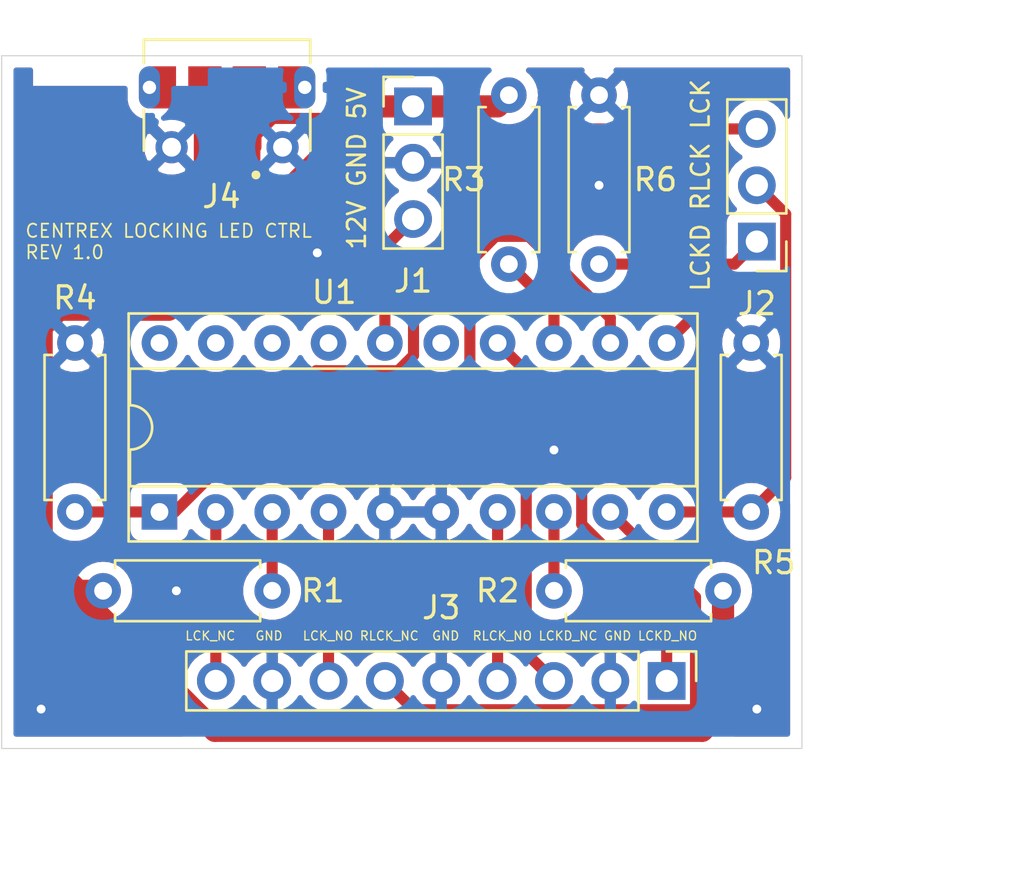
<source format=kicad_pcb>
(kicad_pcb (version 20171130) (host pcbnew "(5.1.4)-1")

  (general
    (thickness 1.6)
    (drawings 11)
    (tracks 74)
    (zones 0)
    (modules 11)
    (nets 24)
  )

  (page A4)
  (layers
    (0 F.Cu signal)
    (31 B.Cu signal)
    (32 B.Adhes user)
    (33 F.Adhes user)
    (34 B.Paste user)
    (35 F.Paste user)
    (36 B.SilkS user)
    (37 F.SilkS user)
    (38 B.Mask user)
    (39 F.Mask user)
    (40 Dwgs.User user)
    (41 Cmts.User user)
    (42 Eco1.User user)
    (43 Eco2.User user)
    (44 Edge.Cuts user)
    (45 Margin user)
    (46 B.CrtYd user)
    (47 F.CrtYd user)
    (48 B.Fab user)
    (49 F.Fab user)
  )

  (setup
    (last_trace_width 0.25)
    (trace_clearance 0.2)
    (zone_clearance 0.508)
    (zone_45_only no)
    (trace_min 0.2)
    (via_size 0.8)
    (via_drill 0.4)
    (via_min_size 0.4)
    (via_min_drill 0.3)
    (uvia_size 0.3)
    (uvia_drill 0.1)
    (uvias_allowed no)
    (uvia_min_size 0.2)
    (uvia_min_drill 0.1)
    (edge_width 0.05)
    (segment_width 0.2)
    (pcb_text_width 0.3)
    (pcb_text_size 1.5 1.5)
    (mod_edge_width 0.12)
    (mod_text_size 1 1)
    (mod_text_width 0.15)
    (pad_size 1.524 1.524)
    (pad_drill 0.762)
    (pad_to_mask_clearance 0.051)
    (solder_mask_min_width 0.25)
    (aux_axis_origin 0 0)
    (visible_elements 7FFFFFFF)
    (pcbplotparams
      (layerselection 0x010fc_ffffffff)
      (usegerberextensions false)
      (usegerberattributes false)
      (usegerberadvancedattributes false)
      (creategerberjobfile false)
      (excludeedgelayer true)
      (linewidth 0.100000)
      (plotframeref false)
      (viasonmask false)
      (mode 1)
      (useauxorigin false)
      (hpglpennumber 1)
      (hpglpenspeed 20)
      (hpglpendiameter 15.000000)
      (psnegative false)
      (psa4output false)
      (plotreference true)
      (plotvalue true)
      (plotinvisibletext false)
      (padsonsilk false)
      (subtractmaskfromsilk false)
      (outputformat 1)
      (mirror false)
      (drillshape 0)
      (scaleselection 1)
      (outputdirectory "gerber/"))
  )

  (net 0 "")
  (net 1 GND)
  (net 2 +5V)
  (net 3 locked)
  (net 4 auto_relock)
  (net 5 locking)
  (net 6 locking_NO)
  (net 7 locking_NC)
  (net 8 auto_relock_NO)
  (net 9 auto_relock_NC)
  (net 10 locked_NO)
  (net 11 locked_NC)
  (net 12 "Net-(J4-Pad4)")
  (net 13 "Net-(J4-Pad3)")
  (net 14 "Net-(J4-Pad2)")
  (net 15 "Net-(R1-Pad1)")
  (net 16 "Net-(R2-Pad1)")
  (net 17 "Net-(R3-Pad1)")
  (net 18 "Net-(U1-Pad20)")
  (net 19 "Net-(U1-Pad19)")
  (net 20 "Net-(U1-Pad18)")
  (net 21 "Net-(U1-Pad17)")
  (net 22 "Net-(U1-Pad15)")
  (net 23 +12V)

  (net_class Default "This is the default net class."
    (clearance 0.2)
    (trace_width 0.25)
    (via_dia 0.8)
    (via_drill 0.4)
    (uvia_dia 0.3)
    (uvia_drill 0.1)
    (add_net +12V)
    (add_net +5V)
    (add_net GND)
    (add_net "Net-(J4-Pad2)")
    (add_net "Net-(J4-Pad3)")
    (add_net "Net-(J4-Pad4)")
    (add_net "Net-(R1-Pad1)")
    (add_net "Net-(R2-Pad1)")
    (add_net "Net-(R3-Pad1)")
    (add_net "Net-(U1-Pad15)")
    (add_net "Net-(U1-Pad17)")
    (add_net "Net-(U1-Pad18)")
    (add_net "Net-(U1-Pad19)")
    (add_net "Net-(U1-Pad20)")
    (add_net auto_relock)
    (add_net auto_relock_NC)
    (add_net auto_relock_NO)
    (add_net locked)
    (add_net locked_NC)
    (add_net locked_NO)
    (add_net locking)
    (add_net locking_NC)
    (add_net locking_NO)
  )

  (module Connector_PinHeader_2.54mm:PinHeader_1x03_P2.54mm_Vertical (layer F.Cu) (tedit 59FED5CC) (tstamp 5D81A44B)
    (at 181.356 90.678)
    (descr "Through hole straight pin header, 1x03, 2.54mm pitch, single row")
    (tags "Through hole pin header THT 1x03 2.54mm single row")
    (path /5D8DE883)
    (fp_text reference J1 (at 0 7.874) (layer F.SilkS)
      (effects (font (size 1 1) (thickness 0.15)))
    )
    (fp_text value Conn_01x03 (at 0 7.41) (layer F.Fab)
      (effects (font (size 1 1) (thickness 0.15)))
    )
    (fp_text user %R (at 0 2.54 90) (layer F.Fab)
      (effects (font (size 1 1) (thickness 0.15)))
    )
    (fp_line (start 1.8 -1.8) (end -1.8 -1.8) (layer F.CrtYd) (width 0.05))
    (fp_line (start 1.8 6.85) (end 1.8 -1.8) (layer F.CrtYd) (width 0.05))
    (fp_line (start -1.8 6.85) (end 1.8 6.85) (layer F.CrtYd) (width 0.05))
    (fp_line (start -1.8 -1.8) (end -1.8 6.85) (layer F.CrtYd) (width 0.05))
    (fp_line (start -1.33 -1.33) (end 0 -1.33) (layer F.SilkS) (width 0.12))
    (fp_line (start -1.33 0) (end -1.33 -1.33) (layer F.SilkS) (width 0.12))
    (fp_line (start -1.33 1.27) (end 1.33 1.27) (layer F.SilkS) (width 0.12))
    (fp_line (start 1.33 1.27) (end 1.33 6.41) (layer F.SilkS) (width 0.12))
    (fp_line (start -1.33 1.27) (end -1.33 6.41) (layer F.SilkS) (width 0.12))
    (fp_line (start -1.33 6.41) (end 1.33 6.41) (layer F.SilkS) (width 0.12))
    (fp_line (start -1.27 -0.635) (end -0.635 -1.27) (layer F.Fab) (width 0.1))
    (fp_line (start -1.27 6.35) (end -1.27 -0.635) (layer F.Fab) (width 0.1))
    (fp_line (start 1.27 6.35) (end -1.27 6.35) (layer F.Fab) (width 0.1))
    (fp_line (start 1.27 -1.27) (end 1.27 6.35) (layer F.Fab) (width 0.1))
    (fp_line (start -0.635 -1.27) (end 1.27 -1.27) (layer F.Fab) (width 0.1))
    (pad 3 thru_hole oval (at 0 5.08) (size 1.7 1.7) (drill 1) (layers *.Cu *.Mask)
      (net 23 +12V))
    (pad 2 thru_hole oval (at 0 2.54) (size 1.7 1.7) (drill 1) (layers *.Cu *.Mask)
      (net 1 GND))
    (pad 1 thru_hole rect (at 0 0) (size 1.7 1.7) (drill 1) (layers *.Cu *.Mask)
      (net 2 +5V))
    (model ${KISYS3DMOD}/Connector_PinHeader_2.54mm.3dshapes/PinHeader_1x03_P2.54mm_Vertical.wrl
      (at (xyz 0 0 0))
      (scale (xyz 1 1 1))
      (rotate (xyz 0 0 0))
    )
  )

  (module Package_DIP:DIP-20_W7.62mm_Socket (layer F.Cu) (tedit 5A02E8C5) (tstamp 5D8187D4)
    (at 169.926 108.966 90)
    (descr "20-lead though-hole mounted DIP package, row spacing 7.62 mm (300 mils), Socket")
    (tags "THT DIP DIL PDIP 2.54mm 7.62mm 300mil Socket")
    (path /5D8133F4)
    (fp_text reference U1 (at 9.906 7.874 180) (layer F.SilkS)
      (effects (font (size 1 1) (thickness 0.15)))
    )
    (fp_text value MAX333A (at 3.81 25.19 90) (layer F.Fab)
      (effects (font (size 1 1) (thickness 0.15)))
    )
    (fp_text user %R (at 3.81 11.43 90) (layer F.Fab)
      (effects (font (size 1 1) (thickness 0.15)))
    )
    (fp_line (start 9.15 -1.6) (end -1.55 -1.6) (layer F.CrtYd) (width 0.05))
    (fp_line (start 9.15 24.45) (end 9.15 -1.6) (layer F.CrtYd) (width 0.05))
    (fp_line (start -1.55 24.45) (end 9.15 24.45) (layer F.CrtYd) (width 0.05))
    (fp_line (start -1.55 -1.6) (end -1.55 24.45) (layer F.CrtYd) (width 0.05))
    (fp_line (start 8.95 -1.39) (end -1.33 -1.39) (layer F.SilkS) (width 0.12))
    (fp_line (start 8.95 24.25) (end 8.95 -1.39) (layer F.SilkS) (width 0.12))
    (fp_line (start -1.33 24.25) (end 8.95 24.25) (layer F.SilkS) (width 0.12))
    (fp_line (start -1.33 -1.39) (end -1.33 24.25) (layer F.SilkS) (width 0.12))
    (fp_line (start 6.46 -1.33) (end 4.81 -1.33) (layer F.SilkS) (width 0.12))
    (fp_line (start 6.46 24.19) (end 6.46 -1.33) (layer F.SilkS) (width 0.12))
    (fp_line (start 1.16 24.19) (end 6.46 24.19) (layer F.SilkS) (width 0.12))
    (fp_line (start 1.16 -1.33) (end 1.16 24.19) (layer F.SilkS) (width 0.12))
    (fp_line (start 2.81 -1.33) (end 1.16 -1.33) (layer F.SilkS) (width 0.12))
    (fp_line (start 8.89 -1.33) (end -1.27 -1.33) (layer F.Fab) (width 0.1))
    (fp_line (start 8.89 24.19) (end 8.89 -1.33) (layer F.Fab) (width 0.1))
    (fp_line (start -1.27 24.19) (end 8.89 24.19) (layer F.Fab) (width 0.1))
    (fp_line (start -1.27 -1.33) (end -1.27 24.19) (layer F.Fab) (width 0.1))
    (fp_line (start 0.635 -0.27) (end 1.635 -1.27) (layer F.Fab) (width 0.1))
    (fp_line (start 0.635 24.13) (end 0.635 -0.27) (layer F.Fab) (width 0.1))
    (fp_line (start 6.985 24.13) (end 0.635 24.13) (layer F.Fab) (width 0.1))
    (fp_line (start 6.985 -1.27) (end 6.985 24.13) (layer F.Fab) (width 0.1))
    (fp_line (start 1.635 -1.27) (end 6.985 -1.27) (layer F.Fab) (width 0.1))
    (fp_arc (start 3.81 -1.33) (end 2.81 -1.33) (angle -180) (layer F.SilkS) (width 0.12))
    (pad 20 thru_hole oval (at 7.62 0 90) (size 1.6 1.6) (drill 0.8) (layers *.Cu *.Mask)
      (net 18 "Net-(U1-Pad20)"))
    (pad 10 thru_hole oval (at 0 22.86 90) (size 1.6 1.6) (drill 0.8) (layers *.Cu *.Mask)
      (net 4 auto_relock))
    (pad 19 thru_hole oval (at 7.62 2.54 90) (size 1.6 1.6) (drill 0.8) (layers *.Cu *.Mask)
      (net 19 "Net-(U1-Pad19)"))
    (pad 9 thru_hole oval (at 0 20.32 90) (size 1.6 1.6) (drill 0.8) (layers *.Cu *.Mask)
      (net 9 auto_relock_NC))
    (pad 18 thru_hole oval (at 7.62 5.08 90) (size 1.6 1.6) (drill 0.8) (layers *.Cu *.Mask)
      (net 20 "Net-(U1-Pad18)"))
    (pad 8 thru_hole oval (at 0 17.78 90) (size 1.6 1.6) (drill 0.8) (layers *.Cu *.Mask)
      (net 16 "Net-(R2-Pad1)"))
    (pad 17 thru_hole oval (at 7.62 7.62 90) (size 1.6 1.6) (drill 0.8) (layers *.Cu *.Mask)
      (net 21 "Net-(U1-Pad17)"))
    (pad 7 thru_hole oval (at 0 15.24 90) (size 1.6 1.6) (drill 0.8) (layers *.Cu *.Mask)
      (net 8 auto_relock_NO))
    (pad 16 thru_hole oval (at 7.62 10.16 90) (size 1.6 1.6) (drill 0.8) (layers *.Cu *.Mask)
      (net 23 +12V))
    (pad 6 thru_hole oval (at 0 12.7 90) (size 1.6 1.6) (drill 0.8) (layers *.Cu *.Mask)
      (net 1 GND))
    (pad 15 thru_hole oval (at 7.62 12.7 90) (size 1.6 1.6) (drill 0.8) (layers *.Cu *.Mask)
      (net 22 "Net-(U1-Pad15)"))
    (pad 5 thru_hole oval (at 0 10.16 90) (size 1.6 1.6) (drill 0.8) (layers *.Cu *.Mask)
      (net 1 GND))
    (pad 14 thru_hole oval (at 7.62 15.24 90) (size 1.6 1.6) (drill 0.8) (layers *.Cu *.Mask)
      (net 10 locked_NO))
    (pad 4 thru_hole oval (at 0 7.62 90) (size 1.6 1.6) (drill 0.8) (layers *.Cu *.Mask)
      (net 6 locking_NO))
    (pad 13 thru_hole oval (at 7.62 17.78 90) (size 1.6 1.6) (drill 0.8) (layers *.Cu *.Mask)
      (net 17 "Net-(R3-Pad1)"))
    (pad 3 thru_hole oval (at 0 5.08 90) (size 1.6 1.6) (drill 0.8) (layers *.Cu *.Mask)
      (net 15 "Net-(R1-Pad1)"))
    (pad 12 thru_hole oval (at 7.62 20.32 90) (size 1.6 1.6) (drill 0.8) (layers *.Cu *.Mask)
      (net 11 locked_NC))
    (pad 2 thru_hole oval (at 0 2.54 90) (size 1.6 1.6) (drill 0.8) (layers *.Cu *.Mask)
      (net 7 locking_NC))
    (pad 11 thru_hole oval (at 7.62 22.86 90) (size 1.6 1.6) (drill 0.8) (layers *.Cu *.Mask)
      (net 3 locked))
    (pad 1 thru_hole rect (at 0 0 90) (size 1.6 1.6) (drill 0.8) (layers *.Cu *.Mask)
      (net 5 locking))
    (model ${KISYS3DMOD}/Package_DIP.3dshapes/DIP-20_W7.62mm_Socket.wrl
      (at (xyz 0 0 0))
      (scale (xyz 1 1 1))
      (rotate (xyz 0 0 0))
    )
  )

  (module Resistor_THT:R_Axial_DIN0207_L6.3mm_D2.5mm_P7.62mm_Horizontal (layer F.Cu) (tedit 5AE5139B) (tstamp 5D819469)
    (at 189.738 90.17 270)
    (descr "Resistor, Axial_DIN0207 series, Axial, Horizontal, pin pitch=7.62mm, 0.25W = 1/4W, length*diameter=6.3*2.5mm^2, http://cdn-reichelt.de/documents/datenblatt/B400/1_4W%23YAG.pdf")
    (tags "Resistor Axial_DIN0207 series Axial Horizontal pin pitch 7.62mm 0.25W = 1/4W length 6.3mm diameter 2.5mm")
    (path /5D86C0C2)
    (fp_text reference R6 (at 3.81 -2.54 180) (layer F.SilkS)
      (effects (font (size 1 1) (thickness 0.15)))
    )
    (fp_text value R (at 3.81 2.37 90) (layer F.Fab)
      (effects (font (size 1 1) (thickness 0.15)))
    )
    (fp_text user %R (at 3.81 0 90) (layer F.Fab)
      (effects (font (size 1 1) (thickness 0.15)))
    )
    (fp_line (start 8.67 -1.5) (end -1.05 -1.5) (layer F.CrtYd) (width 0.05))
    (fp_line (start 8.67 1.5) (end 8.67 -1.5) (layer F.CrtYd) (width 0.05))
    (fp_line (start -1.05 1.5) (end 8.67 1.5) (layer F.CrtYd) (width 0.05))
    (fp_line (start -1.05 -1.5) (end -1.05 1.5) (layer F.CrtYd) (width 0.05))
    (fp_line (start 7.08 1.37) (end 7.08 1.04) (layer F.SilkS) (width 0.12))
    (fp_line (start 0.54 1.37) (end 7.08 1.37) (layer F.SilkS) (width 0.12))
    (fp_line (start 0.54 1.04) (end 0.54 1.37) (layer F.SilkS) (width 0.12))
    (fp_line (start 7.08 -1.37) (end 7.08 -1.04) (layer F.SilkS) (width 0.12))
    (fp_line (start 0.54 -1.37) (end 7.08 -1.37) (layer F.SilkS) (width 0.12))
    (fp_line (start 0.54 -1.04) (end 0.54 -1.37) (layer F.SilkS) (width 0.12))
    (fp_line (start 7.62 0) (end 6.96 0) (layer F.Fab) (width 0.1))
    (fp_line (start 0 0) (end 0.66 0) (layer F.Fab) (width 0.1))
    (fp_line (start 6.96 -1.25) (end 0.66 -1.25) (layer F.Fab) (width 0.1))
    (fp_line (start 6.96 1.25) (end 6.96 -1.25) (layer F.Fab) (width 0.1))
    (fp_line (start 0.66 1.25) (end 6.96 1.25) (layer F.Fab) (width 0.1))
    (fp_line (start 0.66 -1.25) (end 0.66 1.25) (layer F.Fab) (width 0.1))
    (pad 2 thru_hole oval (at 7.62 0 270) (size 1.6 1.6) (drill 0.8) (layers *.Cu *.Mask)
      (net 3 locked))
    (pad 1 thru_hole circle (at 0 0 270) (size 1.6 1.6) (drill 0.8) (layers *.Cu *.Mask)
      (net 1 GND))
    (model ${KISYS3DMOD}/Resistor_THT.3dshapes/R_Axial_DIN0207_L6.3mm_D2.5mm_P7.62mm_Horizontal.wrl
      (at (xyz 0 0 0))
      (scale (xyz 1 1 1))
      (rotate (xyz 0 0 0))
    )
  )

  (module Resistor_THT:R_Axial_DIN0207_L6.3mm_D2.5mm_P7.62mm_Horizontal (layer F.Cu) (tedit 5AE5139B) (tstamp 5D81878D)
    (at 196.596 101.346 270)
    (descr "Resistor, Axial_DIN0207 series, Axial, Horizontal, pin pitch=7.62mm, 0.25W = 1/4W, length*diameter=6.3*2.5mm^2, http://cdn-reichelt.de/documents/datenblatt/B400/1_4W%23YAG.pdf")
    (tags "Resistor Axial_DIN0207 series Axial Horizontal pin pitch 7.62mm 0.25W = 1/4W length 6.3mm diameter 2.5mm")
    (path /5D86BB58)
    (fp_text reference R5 (at 9.906 -1.016 180) (layer F.SilkS)
      (effects (font (size 1 1) (thickness 0.15)))
    )
    (fp_text value R (at 3.81 2.37 90) (layer F.Fab)
      (effects (font (size 1 1) (thickness 0.15)))
    )
    (fp_text user %R (at 3.81 0 90) (layer F.Fab)
      (effects (font (size 1 1) (thickness 0.15)))
    )
    (fp_line (start 8.67 -1.5) (end -1.05 -1.5) (layer F.CrtYd) (width 0.05))
    (fp_line (start 8.67 1.5) (end 8.67 -1.5) (layer F.CrtYd) (width 0.05))
    (fp_line (start -1.05 1.5) (end 8.67 1.5) (layer F.CrtYd) (width 0.05))
    (fp_line (start -1.05 -1.5) (end -1.05 1.5) (layer F.CrtYd) (width 0.05))
    (fp_line (start 7.08 1.37) (end 7.08 1.04) (layer F.SilkS) (width 0.12))
    (fp_line (start 0.54 1.37) (end 7.08 1.37) (layer F.SilkS) (width 0.12))
    (fp_line (start 0.54 1.04) (end 0.54 1.37) (layer F.SilkS) (width 0.12))
    (fp_line (start 7.08 -1.37) (end 7.08 -1.04) (layer F.SilkS) (width 0.12))
    (fp_line (start 0.54 -1.37) (end 7.08 -1.37) (layer F.SilkS) (width 0.12))
    (fp_line (start 0.54 -1.04) (end 0.54 -1.37) (layer F.SilkS) (width 0.12))
    (fp_line (start 7.62 0) (end 6.96 0) (layer F.Fab) (width 0.1))
    (fp_line (start 0 0) (end 0.66 0) (layer F.Fab) (width 0.1))
    (fp_line (start 6.96 -1.25) (end 0.66 -1.25) (layer F.Fab) (width 0.1))
    (fp_line (start 6.96 1.25) (end 6.96 -1.25) (layer F.Fab) (width 0.1))
    (fp_line (start 0.66 1.25) (end 6.96 1.25) (layer F.Fab) (width 0.1))
    (fp_line (start 0.66 -1.25) (end 0.66 1.25) (layer F.Fab) (width 0.1))
    (pad 2 thru_hole oval (at 7.62 0 270) (size 1.6 1.6) (drill 0.8) (layers *.Cu *.Mask)
      (net 4 auto_relock))
    (pad 1 thru_hole circle (at 0 0 270) (size 1.6 1.6) (drill 0.8) (layers *.Cu *.Mask)
      (net 1 GND))
    (model ${KISYS3DMOD}/Resistor_THT.3dshapes/R_Axial_DIN0207_L6.3mm_D2.5mm_P7.62mm_Horizontal.wrl
      (at (xyz 0 0 0))
      (scale (xyz 1 1 1))
      (rotate (xyz 0 0 0))
    )
  )

  (module Resistor_THT:R_Axial_DIN0207_L6.3mm_D2.5mm_P7.62mm_Horizontal (layer F.Cu) (tedit 5AE5139B) (tstamp 5D818776)
    (at 166.116 101.346 270)
    (descr "Resistor, Axial_DIN0207 series, Axial, Horizontal, pin pitch=7.62mm, 0.25W = 1/4W, length*diameter=6.3*2.5mm^2, http://cdn-reichelt.de/documents/datenblatt/B400/1_4W%23YAG.pdf")
    (tags "Resistor Axial_DIN0207 series Axial Horizontal pin pitch 7.62mm 0.25W = 1/4W length 6.3mm diameter 2.5mm")
    (path /5D83AF7C)
    (fp_text reference R4 (at -2.032 0 180) (layer F.SilkS)
      (effects (font (size 1 1) (thickness 0.15)))
    )
    (fp_text value R (at 3.81 2.37 90) (layer F.Fab)
      (effects (font (size 1 1) (thickness 0.15)))
    )
    (fp_text user %R (at 3.81 0 90) (layer F.Fab)
      (effects (font (size 1 1) (thickness 0.15)))
    )
    (fp_line (start 8.67 -1.5) (end -1.05 -1.5) (layer F.CrtYd) (width 0.05))
    (fp_line (start 8.67 1.5) (end 8.67 -1.5) (layer F.CrtYd) (width 0.05))
    (fp_line (start -1.05 1.5) (end 8.67 1.5) (layer F.CrtYd) (width 0.05))
    (fp_line (start -1.05 -1.5) (end -1.05 1.5) (layer F.CrtYd) (width 0.05))
    (fp_line (start 7.08 1.37) (end 7.08 1.04) (layer F.SilkS) (width 0.12))
    (fp_line (start 0.54 1.37) (end 7.08 1.37) (layer F.SilkS) (width 0.12))
    (fp_line (start 0.54 1.04) (end 0.54 1.37) (layer F.SilkS) (width 0.12))
    (fp_line (start 7.08 -1.37) (end 7.08 -1.04) (layer F.SilkS) (width 0.12))
    (fp_line (start 0.54 -1.37) (end 7.08 -1.37) (layer F.SilkS) (width 0.12))
    (fp_line (start 0.54 -1.04) (end 0.54 -1.37) (layer F.SilkS) (width 0.12))
    (fp_line (start 7.62 0) (end 6.96 0) (layer F.Fab) (width 0.1))
    (fp_line (start 0 0) (end 0.66 0) (layer F.Fab) (width 0.1))
    (fp_line (start 6.96 -1.25) (end 0.66 -1.25) (layer F.Fab) (width 0.1))
    (fp_line (start 6.96 1.25) (end 6.96 -1.25) (layer F.Fab) (width 0.1))
    (fp_line (start 0.66 1.25) (end 6.96 1.25) (layer F.Fab) (width 0.1))
    (fp_line (start 0.66 -1.25) (end 0.66 1.25) (layer F.Fab) (width 0.1))
    (pad 2 thru_hole oval (at 7.62 0 270) (size 1.6 1.6) (drill 0.8) (layers *.Cu *.Mask)
      (net 5 locking))
    (pad 1 thru_hole circle (at 0 0 270) (size 1.6 1.6) (drill 0.8) (layers *.Cu *.Mask)
      (net 1 GND))
    (model ${KISYS3DMOD}/Resistor_THT.3dshapes/R_Axial_DIN0207_L6.3mm_D2.5mm_P7.62mm_Horizontal.wrl
      (at (xyz 0 0 0))
      (scale (xyz 1 1 1))
      (rotate (xyz 0 0 0))
    )
  )

  (module Resistor_THT:R_Axial_DIN0207_L6.3mm_D2.5mm_P7.62mm_Horizontal (layer F.Cu) (tedit 5AE5139B) (tstamp 5D81AB04)
    (at 185.674 97.79 90)
    (descr "Resistor, Axial_DIN0207 series, Axial, Horizontal, pin pitch=7.62mm, 0.25W = 1/4W, length*diameter=6.3*2.5mm^2, http://cdn-reichelt.de/documents/datenblatt/B400/1_4W%23YAG.pdf")
    (tags "Resistor Axial_DIN0207 series Axial Horizontal pin pitch 7.62mm 0.25W = 1/4W length 6.3mm diameter 2.5mm")
    (path /5D868D6D)
    (fp_text reference R3 (at 3.81 -2.032 180) (layer F.SilkS)
      (effects (font (size 1 1) (thickness 0.15)))
    )
    (fp_text value R (at 3.81 2.37 90) (layer F.Fab)
      (effects (font (size 1 1) (thickness 0.15)))
    )
    (fp_text user %R (at 3.81 0 90) (layer F.Fab)
      (effects (font (size 1 1) (thickness 0.15)))
    )
    (fp_line (start 8.67 -1.5) (end -1.05 -1.5) (layer F.CrtYd) (width 0.05))
    (fp_line (start 8.67 1.5) (end 8.67 -1.5) (layer F.CrtYd) (width 0.05))
    (fp_line (start -1.05 1.5) (end 8.67 1.5) (layer F.CrtYd) (width 0.05))
    (fp_line (start -1.05 -1.5) (end -1.05 1.5) (layer F.CrtYd) (width 0.05))
    (fp_line (start 7.08 1.37) (end 7.08 1.04) (layer F.SilkS) (width 0.12))
    (fp_line (start 0.54 1.37) (end 7.08 1.37) (layer F.SilkS) (width 0.12))
    (fp_line (start 0.54 1.04) (end 0.54 1.37) (layer F.SilkS) (width 0.12))
    (fp_line (start 7.08 -1.37) (end 7.08 -1.04) (layer F.SilkS) (width 0.12))
    (fp_line (start 0.54 -1.37) (end 7.08 -1.37) (layer F.SilkS) (width 0.12))
    (fp_line (start 0.54 -1.04) (end 0.54 -1.37) (layer F.SilkS) (width 0.12))
    (fp_line (start 7.62 0) (end 6.96 0) (layer F.Fab) (width 0.1))
    (fp_line (start 0 0) (end 0.66 0) (layer F.Fab) (width 0.1))
    (fp_line (start 6.96 -1.25) (end 0.66 -1.25) (layer F.Fab) (width 0.1))
    (fp_line (start 6.96 1.25) (end 6.96 -1.25) (layer F.Fab) (width 0.1))
    (fp_line (start 0.66 1.25) (end 6.96 1.25) (layer F.Fab) (width 0.1))
    (fp_line (start 0.66 -1.25) (end 0.66 1.25) (layer F.Fab) (width 0.1))
    (pad 2 thru_hole oval (at 7.62 0 90) (size 1.6 1.6) (drill 0.8) (layers *.Cu *.Mask)
      (net 2 +5V))
    (pad 1 thru_hole circle (at 0 0 90) (size 1.6 1.6) (drill 0.8) (layers *.Cu *.Mask)
      (net 17 "Net-(R3-Pad1)"))
    (model ${KISYS3DMOD}/Resistor_THT.3dshapes/R_Axial_DIN0207_L6.3mm_D2.5mm_P7.62mm_Horizontal.wrl
      (at (xyz 0 0 0))
      (scale (xyz 1 1 1))
      (rotate (xyz 0 0 0))
    )
  )

  (module Resistor_THT:R_Axial_DIN0207_L6.3mm_D2.5mm_P7.62mm_Horizontal (layer F.Cu) (tedit 5AE5139B) (tstamp 5D818748)
    (at 187.706 112.522)
    (descr "Resistor, Axial_DIN0207 series, Axial, Horizontal, pin pitch=7.62mm, 0.25W = 1/4W, length*diameter=6.3*2.5mm^2, http://cdn-reichelt.de/documents/datenblatt/B400/1_4W%23YAG.pdf")
    (tags "Resistor Axial_DIN0207 series Axial Horizontal pin pitch 7.62mm 0.25W = 1/4W length 6.3mm diameter 2.5mm")
    (path /5D868B2D)
    (fp_text reference R2 (at -2.54 0) (layer F.SilkS)
      (effects (font (size 1 1) (thickness 0.15)))
    )
    (fp_text value R (at 3.81 2.37) (layer F.Fab)
      (effects (font (size 1 1) (thickness 0.15)))
    )
    (fp_text user %R (at 3.81 0) (layer F.Fab)
      (effects (font (size 1 1) (thickness 0.15)))
    )
    (fp_line (start 8.67 -1.5) (end -1.05 -1.5) (layer F.CrtYd) (width 0.05))
    (fp_line (start 8.67 1.5) (end 8.67 -1.5) (layer F.CrtYd) (width 0.05))
    (fp_line (start -1.05 1.5) (end 8.67 1.5) (layer F.CrtYd) (width 0.05))
    (fp_line (start -1.05 -1.5) (end -1.05 1.5) (layer F.CrtYd) (width 0.05))
    (fp_line (start 7.08 1.37) (end 7.08 1.04) (layer F.SilkS) (width 0.12))
    (fp_line (start 0.54 1.37) (end 7.08 1.37) (layer F.SilkS) (width 0.12))
    (fp_line (start 0.54 1.04) (end 0.54 1.37) (layer F.SilkS) (width 0.12))
    (fp_line (start 7.08 -1.37) (end 7.08 -1.04) (layer F.SilkS) (width 0.12))
    (fp_line (start 0.54 -1.37) (end 7.08 -1.37) (layer F.SilkS) (width 0.12))
    (fp_line (start 0.54 -1.04) (end 0.54 -1.37) (layer F.SilkS) (width 0.12))
    (fp_line (start 7.62 0) (end 6.96 0) (layer F.Fab) (width 0.1))
    (fp_line (start 0 0) (end 0.66 0) (layer F.Fab) (width 0.1))
    (fp_line (start 6.96 -1.25) (end 0.66 -1.25) (layer F.Fab) (width 0.1))
    (fp_line (start 6.96 1.25) (end 6.96 -1.25) (layer F.Fab) (width 0.1))
    (fp_line (start 0.66 1.25) (end 6.96 1.25) (layer F.Fab) (width 0.1))
    (fp_line (start 0.66 -1.25) (end 0.66 1.25) (layer F.Fab) (width 0.1))
    (pad 2 thru_hole oval (at 7.62 0) (size 1.6 1.6) (drill 0.8) (layers *.Cu *.Mask)
      (net 2 +5V))
    (pad 1 thru_hole circle (at 0 0) (size 1.6 1.6) (drill 0.8) (layers *.Cu *.Mask)
      (net 16 "Net-(R2-Pad1)"))
    (model ${KISYS3DMOD}/Resistor_THT.3dshapes/R_Axial_DIN0207_L6.3mm_D2.5mm_P7.62mm_Horizontal.wrl
      (at (xyz 0 0 0))
      (scale (xyz 1 1 1))
      (rotate (xyz 0 0 0))
    )
  )

  (module Resistor_THT:R_Axial_DIN0207_L6.3mm_D2.5mm_P7.62mm_Horizontal (layer F.Cu) (tedit 5AE5139B) (tstamp 5D8195D1)
    (at 175.006 112.522 180)
    (descr "Resistor, Axial_DIN0207 series, Axial, Horizontal, pin pitch=7.62mm, 0.25W = 1/4W, length*diameter=6.3*2.5mm^2, http://cdn-reichelt.de/documents/datenblatt/B400/1_4W%23YAG.pdf")
    (tags "Resistor Axial_DIN0207 series Axial Horizontal pin pitch 7.62mm 0.25W = 1/4W length 6.3mm diameter 2.5mm")
    (path /5D83261F)
    (fp_text reference R1 (at -2.286 0) (layer F.SilkS)
      (effects (font (size 1 1) (thickness 0.15)))
    )
    (fp_text value R (at 3.81 2.37) (layer F.Fab)
      (effects (font (size 1 1) (thickness 0.15)))
    )
    (fp_text user %R (at 3.81 0) (layer F.Fab)
      (effects (font (size 1 1) (thickness 0.15)))
    )
    (fp_line (start 8.67 -1.5) (end -1.05 -1.5) (layer F.CrtYd) (width 0.05))
    (fp_line (start 8.67 1.5) (end 8.67 -1.5) (layer F.CrtYd) (width 0.05))
    (fp_line (start -1.05 1.5) (end 8.67 1.5) (layer F.CrtYd) (width 0.05))
    (fp_line (start -1.05 -1.5) (end -1.05 1.5) (layer F.CrtYd) (width 0.05))
    (fp_line (start 7.08 1.37) (end 7.08 1.04) (layer F.SilkS) (width 0.12))
    (fp_line (start 0.54 1.37) (end 7.08 1.37) (layer F.SilkS) (width 0.12))
    (fp_line (start 0.54 1.04) (end 0.54 1.37) (layer F.SilkS) (width 0.12))
    (fp_line (start 7.08 -1.37) (end 7.08 -1.04) (layer F.SilkS) (width 0.12))
    (fp_line (start 0.54 -1.37) (end 7.08 -1.37) (layer F.SilkS) (width 0.12))
    (fp_line (start 0.54 -1.04) (end 0.54 -1.37) (layer F.SilkS) (width 0.12))
    (fp_line (start 7.62 0) (end 6.96 0) (layer F.Fab) (width 0.1))
    (fp_line (start 0 0) (end 0.66 0) (layer F.Fab) (width 0.1))
    (fp_line (start 6.96 -1.25) (end 0.66 -1.25) (layer F.Fab) (width 0.1))
    (fp_line (start 6.96 1.25) (end 6.96 -1.25) (layer F.Fab) (width 0.1))
    (fp_line (start 0.66 1.25) (end 6.96 1.25) (layer F.Fab) (width 0.1))
    (fp_line (start 0.66 -1.25) (end 0.66 1.25) (layer F.Fab) (width 0.1))
    (pad 2 thru_hole oval (at 7.62 0 180) (size 1.6 1.6) (drill 0.8) (layers *.Cu *.Mask)
      (net 2 +5V))
    (pad 1 thru_hole circle (at 0 0 180) (size 1.6 1.6) (drill 0.8) (layers *.Cu *.Mask)
      (net 15 "Net-(R1-Pad1)"))
    (model ${KISYS3DMOD}/Resistor_THT.3dshapes/R_Axial_DIN0207_L6.3mm_D2.5mm_P7.62mm_Horizontal.wrl
      (at (xyz 0 0 0))
      (scale (xyz 1 1 1))
      (rotate (xyz 0 0 0))
    )
  )

  (module "molex 1050170001:MOLEX_1050170001" (layer F.Cu) (tedit 0) (tstamp 5D819E93)
    (at 172.974 90.17 180)
    (path /5D89B258)
    (attr smd)
    (fp_text reference J4 (at 0.254 -4.572) (layer F.SilkS)
      (effects (font (size 1 1) (thickness 0.15)))
    )
    (fp_text value " " (at -1.1357 3.61727) (layer F.SilkS)
      (effects (font (size 1.00063 1.00063) (thickness 0.05)))
    )
    (fp_circle (center -1.3 -1.9) (end -1.2 -1.9) (layer Eco2.User) (width 0.2))
    (fp_text user PCB~EDGE (at 4.80799 1.803) (layer Edge.Cuts)
      (effects (font (size 1 1) (thickness 0.05)))
    )
    (fp_line (start 3.75 1.8) (end 6 1.8) (layer Eco2.User) (width 0.127))
    (fp_line (start -3.75 1.8) (end -6 1.8) (layer Eco2.User) (width 0.127))
    (fp_line (start -3.75 2.5) (end -3.75 1.45) (layer F.SilkS) (width 0.127))
    (fp_line (start 3.75 2.5) (end -3.75 2.5) (layer F.SilkS) (width 0.127))
    (fp_line (start 3.75 1.45) (end 3.75 2.5) (layer F.SilkS) (width 0.127))
    (fp_line (start 3.75 2.5) (end 3.75 1.8) (layer Eco2.User) (width 0.127))
    (fp_line (start -3.75 2.45) (end -3.75 1.8) (layer Eco2.User) (width 0.127))
    (fp_line (start 3.75 2.5) (end -3.75 2.5) (layer Eco2.User) (width 0.127))
    (fp_line (start 3.2 0.7) (end 3.2 0) (layer Edge.Cuts) (width 0.0001))
    (fp_arc (start 3.5 0.7) (end 3.2 0.7) (angle -90) (layer Edge.Cuts) (width 0.0001))
    (fp_arc (start 3.5 0.7) (end 3.5 1) (angle -90) (layer Edge.Cuts) (width 0.0001))
    (fp_line (start 3.8 0) (end 3.8 0.7) (layer Edge.Cuts) (width 0.0001))
    (fp_arc (start 3.5 0) (end 3.8 0) (angle -90) (layer Edge.Cuts) (width 0.0001))
    (fp_arc (start 3.5 0) (end 3.5 -0.3) (angle -90) (layer Edge.Cuts) (width 0.0001))
    (fp_line (start -3.8 0.7) (end -3.8 0) (layer Edge.Cuts) (width 0.0001))
    (fp_arc (start -3.5 0.7) (end -3.8 0.7) (angle -90) (layer Edge.Cuts) (width 0.0001))
    (fp_arc (start -3.5 0.7) (end -3.5 1) (angle -90) (layer Edge.Cuts) (width 0.0001))
    (fp_line (start -3.2 0) (end -3.2 0.7) (layer Edge.Cuts) (width 0.0001))
    (fp_arc (start -3.5 0) (end -3.2 0) (angle -90) (layer Edge.Cuts) (width 0.0001))
    (fp_arc (start -3.5 0) (end -3.5 -0.3) (angle -90) (layer Edge.Cuts) (width 0.0001))
    (fp_circle (center -1.3 -3.6) (end -1.2 -3.6) (layer F.SilkS) (width 0.2))
    (fp_line (start 4.25 -3.35) (end -4.25 -3.35) (layer Eco1.User) (width 0.05))
    (fp_line (start 4.25 2.65) (end 4.25 -3.35) (layer Eco1.User) (width 0.05))
    (fp_line (start -4.25 2.65) (end 4.25 2.65) (layer Eco1.User) (width 0.05))
    (fp_line (start -4.25 -3.35) (end -4.25 2.65) (layer Eco1.User) (width 0.05))
    (fp_line (start 3.75 -2.5) (end 3.75 -0.65) (layer F.SilkS) (width 0.127))
    (fp_line (start -3.75 -0.65) (end -3.75 -2.5) (layer F.SilkS) (width 0.127))
    (fp_line (start -3.75 1.8) (end -3.75 -2.5) (layer Eco2.User) (width 0.127))
    (fp_line (start 3.75 1.8) (end -3.75 1.8) (layer Eco2.User) (width 0.127))
    (fp_line (start 3.75 -2.5) (end 3.75 1.8) (layer Eco2.User) (width 0.127))
    (fp_line (start -3.75 -2.5) (end 3.75 -2.5) (layer Eco2.User) (width 0.127))
    (pad SH8 thru_hole oval (at 3.5 0.35 270) (size 1.9 0.95) (drill 0.6) (layers *.Cu *.Mask)
      (net 1 GND))
    (pad SH3 thru_hole oval (at -3.5 0.35 270) (size 1.9 0.95) (drill 0.6) (layers *.Cu *.Mask)
      (net 1 GND))
    (pad SH7 smd rect (at 2.9 0.35 270) (size 1.9 1.2) (layers F.Cu F.Paste F.Mask)
      (net 1 GND))
    (pad SH4 smd rect (at -2.9 0.35 270) (size 1.9 1.2) (layers F.Cu F.Paste F.Mask)
      (net 1 GND))
    (pad SH6 smd rect (at 1 0.35 270) (size 1.9 1.5) (layers F.Cu F.Paste F.Mask)
      (net 1 GND))
    (pad SH5 smd rect (at -1 0.35 270) (size 1.9 1.5) (layers F.Cu F.Paste F.Mask)
      (net 1 GND))
    (pad 5 smd rect (at 1.3 -2.35 270) (size 1.35 0.4) (layers F.Cu F.Paste F.Mask)
      (net 1 GND))
    (pad 4 smd rect (at 0.65 -2.35 270) (size 1.35 0.4) (layers F.Cu F.Paste F.Mask)
      (net 12 "Net-(J4-Pad4)"))
    (pad 3 smd rect (at 0 -2.35 270) (size 1.35 0.4) (layers F.Cu F.Paste F.Mask)
      (net 13 "Net-(J4-Pad3)"))
    (pad 2 smd rect (at -0.65 -2.35 270) (size 1.35 0.4) (layers F.Cu F.Paste F.Mask)
      (net 14 "Net-(J4-Pad2)"))
    (pad 1 smd rect (at -1.3 -2.35 270) (size 1.35 0.4) (layers F.Cu F.Paste F.Mask)
      (net 2 +5V))
    (pad SH2 thru_hole circle (at 2.5 -2.35 180) (size 1.45 1.45) (drill 0.85) (layers *.Cu *.Mask)
      (net 1 GND))
    (pad SH1 thru_hole circle (at -2.5 -2.35 180) (size 1.45 1.45) (drill 0.85) (layers *.Cu *.Mask)
      (net 1 GND))
  )

  (module Connector_PinHeader_2.54mm:PinHeader_1x09_P2.54mm_Vertical (layer F.Cu) (tedit 59FED5CC) (tstamp 5D8186E8)
    (at 192.786 116.586 270)
    (descr "Through hole straight pin header, 1x09, 2.54mm pitch, single row")
    (tags "Through hole pin header THT 1x09 2.54mm single row")
    (path /5D83E70D)
    (fp_text reference J3 (at -3.302 10.16 180) (layer F.SilkS)
      (effects (font (size 1 1) (thickness 0.15)))
    )
    (fp_text value Conn_01x09 (at 0 22.65 90) (layer F.Fab)
      (effects (font (size 1 1) (thickness 0.15)))
    )
    (fp_text user %R (at 0 10.16) (layer F.Fab)
      (effects (font (size 1 1) (thickness 0.15)))
    )
    (fp_line (start 1.8 -1.8) (end -1.8 -1.8) (layer F.CrtYd) (width 0.05))
    (fp_line (start 1.8 22.1) (end 1.8 -1.8) (layer F.CrtYd) (width 0.05))
    (fp_line (start -1.8 22.1) (end 1.8 22.1) (layer F.CrtYd) (width 0.05))
    (fp_line (start -1.8 -1.8) (end -1.8 22.1) (layer F.CrtYd) (width 0.05))
    (fp_line (start -1.33 -1.33) (end 0 -1.33) (layer F.SilkS) (width 0.12))
    (fp_line (start -1.33 0) (end -1.33 -1.33) (layer F.SilkS) (width 0.12))
    (fp_line (start -1.33 1.27) (end 1.33 1.27) (layer F.SilkS) (width 0.12))
    (fp_line (start 1.33 1.27) (end 1.33 21.65) (layer F.SilkS) (width 0.12))
    (fp_line (start -1.33 1.27) (end -1.33 21.65) (layer F.SilkS) (width 0.12))
    (fp_line (start -1.33 21.65) (end 1.33 21.65) (layer F.SilkS) (width 0.12))
    (fp_line (start -1.27 -0.635) (end -0.635 -1.27) (layer F.Fab) (width 0.1))
    (fp_line (start -1.27 21.59) (end -1.27 -0.635) (layer F.Fab) (width 0.1))
    (fp_line (start 1.27 21.59) (end -1.27 21.59) (layer F.Fab) (width 0.1))
    (fp_line (start 1.27 -1.27) (end 1.27 21.59) (layer F.Fab) (width 0.1))
    (fp_line (start -0.635 -1.27) (end 1.27 -1.27) (layer F.Fab) (width 0.1))
    (pad 9 thru_hole oval (at 0 20.32 270) (size 1.7 1.7) (drill 1) (layers *.Cu *.Mask)
      (net 7 locking_NC))
    (pad 8 thru_hole oval (at 0 17.78 270) (size 1.7 1.7) (drill 1) (layers *.Cu *.Mask)
      (net 1 GND))
    (pad 7 thru_hole oval (at 0 15.24 270) (size 1.7 1.7) (drill 1) (layers *.Cu *.Mask)
      (net 6 locking_NO))
    (pad 6 thru_hole oval (at 0 12.7 270) (size 1.7 1.7) (drill 1) (layers *.Cu *.Mask)
      (net 9 auto_relock_NC))
    (pad 5 thru_hole oval (at 0 10.16 270) (size 1.7 1.7) (drill 1) (layers *.Cu *.Mask)
      (net 1 GND))
    (pad 4 thru_hole oval (at 0 7.62 270) (size 1.7 1.7) (drill 1) (layers *.Cu *.Mask)
      (net 8 auto_relock_NO))
    (pad 3 thru_hole oval (at 0 5.08 270) (size 1.7 1.7) (drill 1) (layers *.Cu *.Mask)
      (net 11 locked_NC))
    (pad 2 thru_hole oval (at 0 2.54 270) (size 1.7 1.7) (drill 1) (layers *.Cu *.Mask)
      (net 1 GND))
    (pad 1 thru_hole rect (at 0 0 270) (size 1.7 1.7) (drill 1) (layers *.Cu *.Mask)
      (net 10 locked_NO))
    (model ${KISYS3DMOD}/Connector_PinHeader_2.54mm.3dshapes/PinHeader_1x09_P2.54mm_Vertical.wrl
      (at (xyz 0 0 0))
      (scale (xyz 1 1 1))
      (rotate (xyz 0 0 0))
    )
  )

  (module Connector_PinHeader_2.54mm:PinHeader_1x03_P2.54mm_Vertical (layer F.Cu) (tedit 59FED5CC) (tstamp 5D8186CB)
    (at 196.85 96.774 180)
    (descr "Through hole straight pin header, 1x03, 2.54mm pitch, single row")
    (tags "Through hole pin header THT 1x03 2.54mm single row")
    (path /5D845911)
    (fp_text reference J2 (at 0 -2.794) (layer F.SilkS)
      (effects (font (size 1 1) (thickness 0.15)))
    )
    (fp_text value Conn_01x03 (at 0 7.41) (layer F.Fab)
      (effects (font (size 1 1) (thickness 0.15)))
    )
    (fp_text user %R (at 0 2.54 90) (layer F.Fab)
      (effects (font (size 1 1) (thickness 0.15)))
    )
    (fp_line (start 1.8 -1.8) (end -1.8 -1.8) (layer F.CrtYd) (width 0.05))
    (fp_line (start 1.8 6.85) (end 1.8 -1.8) (layer F.CrtYd) (width 0.05))
    (fp_line (start -1.8 6.85) (end 1.8 6.85) (layer F.CrtYd) (width 0.05))
    (fp_line (start -1.8 -1.8) (end -1.8 6.85) (layer F.CrtYd) (width 0.05))
    (fp_line (start -1.33 -1.33) (end 0 -1.33) (layer F.SilkS) (width 0.12))
    (fp_line (start -1.33 0) (end -1.33 -1.33) (layer F.SilkS) (width 0.12))
    (fp_line (start -1.33 1.27) (end 1.33 1.27) (layer F.SilkS) (width 0.12))
    (fp_line (start 1.33 1.27) (end 1.33 6.41) (layer F.SilkS) (width 0.12))
    (fp_line (start -1.33 1.27) (end -1.33 6.41) (layer F.SilkS) (width 0.12))
    (fp_line (start -1.33 6.41) (end 1.33 6.41) (layer F.SilkS) (width 0.12))
    (fp_line (start -1.27 -0.635) (end -0.635 -1.27) (layer F.Fab) (width 0.1))
    (fp_line (start -1.27 6.35) (end -1.27 -0.635) (layer F.Fab) (width 0.1))
    (fp_line (start 1.27 6.35) (end -1.27 6.35) (layer F.Fab) (width 0.1))
    (fp_line (start 1.27 -1.27) (end 1.27 6.35) (layer F.Fab) (width 0.1))
    (fp_line (start -0.635 -1.27) (end 1.27 -1.27) (layer F.Fab) (width 0.1))
    (pad 3 thru_hole oval (at 0 5.08 180) (size 1.7 1.7) (drill 1) (layers *.Cu *.Mask)
      (net 5 locking))
    (pad 2 thru_hole oval (at 0 2.54 180) (size 1.7 1.7) (drill 1) (layers *.Cu *.Mask)
      (net 4 auto_relock))
    (pad 1 thru_hole rect (at 0 0 180) (size 1.7 1.7) (drill 1) (layers *.Cu *.Mask)
      (net 3 locked))
    (model ${KISYS3DMOD}/Connector_PinHeader_2.54mm.3dshapes/PinHeader_1x03_P2.54mm_Vertical.wrl
      (at (xyz 0 0 0))
      (scale (xyz 1 1 1))
      (rotate (xyz 0 0 0))
    )
  )

  (dimension 31.242 (width 0.15) (layer Dwgs.User)
    (gr_text "31.242 mm" (at 207.548 104.013 90) (layer Dwgs.User)
      (effects (font (size 1 1) (thickness 0.15)))
    )
    (feature1 (pts (xy 198.882 88.392) (xy 206.834421 88.392)))
    (feature2 (pts (xy 198.882 119.634) (xy 206.834421 119.634)))
    (crossbar (pts (xy 206.248 119.634) (xy 206.248 88.392)))
    (arrow1a (pts (xy 206.248 88.392) (xy 206.834421 89.518504)))
    (arrow1b (pts (xy 206.248 88.392) (xy 205.661579 89.518504)))
    (arrow2a (pts (xy 206.248 119.634) (xy 206.834421 118.507496)))
    (arrow2b (pts (xy 206.248 119.634) (xy 205.661579 118.507496)))
  )
  (dimension 36.068 (width 0.15) (layer Dwgs.User)
    (gr_text "36.068 mm" (at 180.848 126.268) (layer Dwgs.User)
      (effects (font (size 1 1) (thickness 0.15)))
    )
    (feature1 (pts (xy 162.814 119.634) (xy 162.814 125.554421)))
    (feature2 (pts (xy 198.882 119.634) (xy 198.882 125.554421)))
    (crossbar (pts (xy 198.882 124.968) (xy 162.814 124.968)))
    (arrow1a (pts (xy 162.814 124.968) (xy 163.940504 124.381579)))
    (arrow1b (pts (xy 162.814 124.968) (xy 163.940504 125.554421)))
    (arrow2a (pts (xy 198.882 124.968) (xy 197.755496 124.381579)))
    (arrow2b (pts (xy 198.882 124.968) (xy 197.755496 125.554421)))
  )
  (gr_text "CENTREX LOCKING LED CTRL\nREV 1.0" (at 163.83 96.774) (layer F.SilkS)
    (effects (font (size 0.6 0.6) (thickness 0.08)) (justify left))
  )
  (gr_text "LCK_NC   GND   LCK_NO RLCK_NC  GND  RLCK_NO LCKD_NC GND LCKD_NO" (at 182.626 114.554) (layer F.SilkS)
    (effects (font (size 0.4 0.4) (thickness 0.06)))
  )
  (gr_text "LCKD RLCK LCK" (at 194.31 94.234 90) (layer F.SilkS) (tstamp 5D81ABC1)
    (effects (font (size 0.8 0.8) (thickness 0.12)))
  )
  (gr_text "12V GND 5V" (at 178.816 93.472 90) (layer F.SilkS)
    (effects (font (size 0.8 0.8) (thickness 0.12)))
  )
  (gr_line (start 162.814 119.634) (end 195.58 119.634) (layer Edge.Cuts) (width 0.05) (tstamp 5D819DE2))
  (gr_line (start 162.814 88.392) (end 162.814 119.634) (layer Edge.Cuts) (width 0.05))
  (gr_line (start 198.882 88.392) (end 162.814 88.392) (layer Edge.Cuts) (width 0.05))
  (gr_line (start 198.882 119.634) (end 198.882 88.392) (layer Edge.Cuts) (width 0.05))
  (gr_line (start 195.58 119.634) (end 198.882 119.634) (layer Edge.Cuts) (width 0.05))

  (via (at 164.592 117.856) (size 0.8) (drill 0.4) (layers F.Cu B.Cu) (net 1))
  (via (at 196.85 117.856) (size 0.8) (drill 0.4) (layers F.Cu B.Cu) (net 1))
  (via (at 189.738 94.234) (size 0.8) (drill 0.4) (layers F.Cu B.Cu) (net 1))
  (via (at 177.038 97.282) (size 0.8) (drill 0.4) (layers F.Cu B.Cu) (net 1))
  (via (at 170.688 112.522) (size 0.8) (drill 0.4) (layers F.Cu B.Cu) (net 1))
  (via (at 187.706 106.172) (size 0.8) (drill 0.4) (layers F.Cu B.Cu) (net 1))
  (segment (start 195.326 113.65337) (end 195.326 112.522) (width 1) (layer F.Cu) (net 2))
  (segment (start 195.326 117.899519) (end 195.326 113.65337) (width 1) (layer F.Cu) (net 2))
  (segment (start 194.389508 118.836011) (end 195.326 117.899519) (width 1) (layer F.Cu) (net 2))
  (segment (start 172.422009 118.836011) (end 194.389508 118.836011) (width 1) (layer F.Cu) (net 2))
  (segment (start 164.988631 111.256001) (end 164.841999 111.256001) (width 1) (layer F.Cu) (net 2))
  (segment (start 166.25463 112.522) (end 164.988631 111.256001) (width 1) (layer F.Cu) (net 2))
  (segment (start 167.386 112.522) (end 166.25463 112.522) (width 1) (layer F.Cu) (net 2))
  (segment (start 164.615999 111.030001) (end 165.857999 112.272001) (width 1) (layer F.Cu) (net 2))
  (segment (start 164.615999 100.625999) (end 164.615999 111.030001) (width 1) (layer F.Cu) (net 2))
  (segment (start 165.395999 99.845999) (end 164.615999 100.625999) (width 1) (layer F.Cu) (net 2))
  (segment (start 170.338001 99.845999) (end 165.395999 99.845999) (width 1) (layer F.Cu) (net 2))
  (segment (start 179.506 90.678) (end 170.338001 99.845999) (width 1) (layer F.Cu) (net 2))
  (segment (start 165.857999 112.272001) (end 172.422009 118.836011) (width 1) (layer F.Cu) (net 2))
  (segment (start 181.356 90.678) (end 179.506 90.678) (width 1) (layer F.Cu) (net 2))
  (segment (start 164.841999 111.256001) (end 165.857999 112.272001) (width 1) (layer F.Cu) (net 2))
  (segment (start 178.963999 91.220001) (end 179.506 90.678) (width 0.5) (layer F.Cu) (net 2))
  (segment (start 175.034997 91.220001) (end 178.963999 91.220001) (width 0.5) (layer F.Cu) (net 2))
  (segment (start 174.274 91.980998) (end 175.034997 91.220001) (width 0.5) (layer F.Cu) (net 2))
  (segment (start 174.274 92.52) (end 174.274 91.980998) (width 0.5) (layer F.Cu) (net 2))
  (segment (start 185.166 90.678) (end 185.674 90.17) (width 1) (layer F.Cu) (net 2))
  (segment (start 181.356 90.678) (end 185.166 90.678) (width 1) (layer F.Cu) (net 2))
  (segment (start 195.834 97.79) (end 196.85 96.774) (width 0.5) (layer F.Cu) (net 3))
  (segment (start 194.818 99.314) (end 194.818 97.79) (width 0.5) (layer F.Cu) (net 3))
  (segment (start 192.786 101.346) (end 194.818 99.314) (width 0.5) (layer F.Cu) (net 3))
  (segment (start 189.738 97.79) (end 194.818 97.79) (width 0.5) (layer F.Cu) (net 3))
  (segment (start 194.818 97.79) (end 195.834 97.79) (width 0.5) (layer F.Cu) (net 3))
  (segment (start 197.395999 108.166001) (end 196.596 108.966) (width 0.5) (layer F.Cu) (net 4))
  (segment (start 198.150001 107.411999) (end 197.395999 108.166001) (width 0.5) (layer F.Cu) (net 4))
  (segment (start 198.150001 95.534001) (end 198.150001 107.411999) (width 0.5) (layer F.Cu) (net 4))
  (segment (start 196.85 94.234) (end 198.150001 95.534001) (width 0.5) (layer F.Cu) (net 4))
  (segment (start 196.596 108.966) (end 192.786 108.966) (width 0.5) (layer F.Cu) (net 4))
  (segment (start 166.116 108.966) (end 169.926 108.966) (width 0.5) (layer F.Cu) (net 5))
  (segment (start 188.930036 91.694) (end 195.647919 91.694) (width 0.5) (layer F.Cu) (net 5))
  (segment (start 181.376 99.248036) (end 188.930036 91.694) (width 0.5) (layer F.Cu) (net 5))
  (segment (start 181.375999 101.906003) (end 181.376 99.248036) (width 0.5) (layer F.Cu) (net 5))
  (segment (start 180.686001 102.596001) (end 181.375999 101.906003) (width 0.5) (layer F.Cu) (net 5))
  (segment (start 195.647919 91.694) (end 196.85 91.694) (width 0.5) (layer F.Cu) (net 5))
  (segment (start 176.985997 102.596001) (end 180.686001 102.596001) (width 0.5) (layer F.Cu) (net 5))
  (segment (start 170.615998 108.966) (end 176.985997 102.596001) (width 0.5) (layer F.Cu) (net 5))
  (segment (start 169.926 108.966) (end 170.615998 108.966) (width 0.5) (layer F.Cu) (net 5))
  (segment (start 177.546 116.586) (end 177.546 108.966) (width 0.5) (layer F.Cu) (net 6))
  (segment (start 172.466 116.586) (end 172.466 108.966) (width 0.5) (layer F.Cu) (net 7))
  (segment (start 185.166 116.586) (end 185.166 108.966) (width 0.5) (layer F.Cu) (net 8))
  (segment (start 191.045999 109.765999) (end 190.246 108.966) (width 0.5) (layer F.Cu) (net 9))
  (segment (start 194.086001 112.806001) (end 191.045999 109.765999) (width 0.5) (layer F.Cu) (net 9))
  (segment (start 194.086001 117.796001) (end 194.086001 112.806001) (width 0.5) (layer F.Cu) (net 9))
  (segment (start 193.996001 117.886001) (end 194.086001 117.796001) (width 0.5) (layer F.Cu) (net 9))
  (segment (start 181.386001 117.886001) (end 193.996001 117.886001) (width 0.5) (layer F.Cu) (net 9))
  (segment (start 180.086 116.586) (end 181.386001 117.886001) (width 0.5) (layer F.Cu) (net 9))
  (segment (start 185.965999 102.145999) (end 185.166 101.346) (width 0.5) (layer F.Cu) (net 10))
  (segment (start 188.956001 105.136001) (end 185.965999 102.145999) (width 0.5) (layer F.Cu) (net 10))
  (segment (start 188.956001 109.526003) (end 188.956001 105.136001) (width 0.5) (layer F.Cu) (net 10))
  (segment (start 192.786 113.356002) (end 188.956001 109.526003) (width 0.5) (layer F.Cu) (net 10))
  (segment (start 192.786 116.586) (end 192.786 113.356002) (width 0.5) (layer F.Cu) (net 10))
  (segment (start 190.246 100.21463) (end 190.246 101.346) (width 0.5) (layer F.Cu) (net 11))
  (segment (start 183.915999 97.697999) (end 185.073999 96.539999) (width 0.5) (layer F.Cu) (net 11))
  (segment (start 186.571369 96.539999) (end 190.246 100.21463) (width 0.5) (layer F.Cu) (net 11))
  (segment (start 183.915999 103.623999) (end 183.915999 97.697999) (width 0.5) (layer F.Cu) (net 11))
  (segment (start 186.455999 106.163999) (end 183.915999 103.623999) (width 0.5) (layer F.Cu) (net 11))
  (segment (start 185.073999 96.539999) (end 186.571369 96.539999) (width 0.5) (layer F.Cu) (net 11))
  (segment (start 186.455999 115.335999) (end 186.455999 106.163999) (width 0.5) (layer F.Cu) (net 11))
  (segment (start 187.706 116.586) (end 186.455999 115.335999) (width 0.5) (layer F.Cu) (net 11))
  (segment (start 175.006 112.522) (end 175.006 108.966) (width 0.5) (layer F.Cu) (net 15))
  (segment (start 187.706 112.522) (end 187.706 108.966) (width 0.5) (layer F.Cu) (net 16))
  (segment (start 187.706 99.822) (end 185.674 97.79) (width 0.5) (layer F.Cu) (net 17))
  (segment (start 187.706 101.346) (end 187.706 99.822) (width 0.5) (layer F.Cu) (net 17))
  (segment (start 180.086 97.028) (end 181.356 95.758) (width 0.5) (layer F.Cu) (net 23))
  (segment (start 180.086 101.346) (end 180.086 97.028) (width 0.5) (layer F.Cu) (net 23))

  (zone (net 1) (net_name GND) (layer B.Cu) (tstamp 5D814A0E) (hatch edge 0.508)
    (connect_pads (clearance 0.508))
    (min_thickness 0.254)
    (fill yes (arc_segments 32) (thermal_gap 0.508) (thermal_bridge_width 0.508))
    (polygon
      (pts
        (xy 198.882 88.392) (xy 198.882 119.634) (xy 162.814 119.634) (xy 162.814 88.392)
      )
    )
    (filled_polygon
      (pts
        (xy 164.101248 89.8795) (xy 168.364 89.8795) (xy 168.364 90.422) (xy 168.410105 90.63611) (xy 168.497095 90.837111)
        (xy 168.621627 91.017279) (xy 168.778915 91.16969) (xy 168.962914 91.288487) (xy 169.176062 91.364268) (xy 169.347 91.237734)
        (xy 169.347 91.095596) (xy 169.353765 91.096307) (xy 169.412034 91.10202) (xy 169.43973 91.10202) (xy 169.467256 91.105014)
        (xy 169.476123 91.105046) (xy 169.478217 91.105039) (xy 169.505863 91.102235) (xy 169.533649 91.102429) (xy 169.542474 91.101564)
        (xy 169.600703 91.095444) (xy 169.601 91.095383) (xy 169.601 91.237734) (xy 169.771781 91.364152) (xy 169.714472 91.580867)
        (xy 170.474 92.340395) (xy 171.233528 91.580867) (xy 171.171035 91.34455) (xy 170.928322 91.23115) (xy 170.668151 91.167281)
        (xy 170.400518 91.155396) (xy 170.135709 91.195952) (xy 170.119026 91.20201) (xy 170.169085 91.16969) (xy 170.326373 91.017279)
        (xy 170.450905 90.837111) (xy 170.537895 90.63611) (xy 170.584 90.422) (xy 170.584 89.8795) (xy 172.230772 89.8795)
        (xy 172.230772 89.052) (xy 175.399745 89.052) (xy 175.364 89.218) (xy 175.364 89.693) (xy 175.53895 89.693)
        (xy 175.53895 89.947) (xy 175.364 89.947) (xy 175.364 90.422) (xy 175.410105 90.63611) (xy 175.497095 90.837111)
        (xy 175.621627 91.017279) (xy 175.778915 91.16969) (xy 175.840847 91.209676) (xy 175.668151 91.167281) (xy 175.400518 91.155396)
        (xy 175.135709 91.195952) (xy 174.8839 91.287391) (xy 174.776965 91.34455) (xy 174.714472 91.580867) (xy 175.474 92.340395)
        (xy 176.233528 91.580867) (xy 176.176219 91.364152) (xy 176.347 91.237734) (xy 176.347 91.095596) (xy 176.353765 91.096307)
        (xy 176.412034 91.10202) (xy 176.43973 91.10202) (xy 176.467256 91.105014) (xy 176.476123 91.105046) (xy 176.478217 91.105039)
        (xy 176.505863 91.102235) (xy 176.533649 91.102429) (xy 176.542474 91.101564) (xy 176.600703 91.095444) (xy 176.601 91.095383)
        (xy 176.601 91.237734) (xy 176.771938 91.364268) (xy 176.985086 91.288487) (xy 177.169085 91.16969) (xy 177.326373 91.017279)
        (xy 177.450905 90.837111) (xy 177.537895 90.63611) (xy 177.584 90.422) (xy 177.584 89.947) (xy 177.40905 89.947)
        (xy 177.40905 89.828) (xy 179.867928 89.828) (xy 179.867928 91.528) (xy 179.880188 91.652482) (xy 179.916498 91.77218)
        (xy 179.975463 91.882494) (xy 180.054815 91.979185) (xy 180.151506 92.058537) (xy 180.26182 92.117502) (xy 180.342466 92.141966)
        (xy 180.258412 92.217731) (xy 180.084359 92.45108) (xy 179.959175 92.713901) (xy 179.914524 92.86111) (xy 180.035845 93.091)
        (xy 181.229 93.091) (xy 181.229 93.071) (xy 181.483 93.071) (xy 181.483 93.091) (xy 182.676155 93.091)
        (xy 182.797476 92.86111) (xy 182.752825 92.713901) (xy 182.627641 92.45108) (xy 182.453588 92.217731) (xy 182.369534 92.141966)
        (xy 182.45018 92.117502) (xy 182.560494 92.058537) (xy 182.657185 91.979185) (xy 182.736537 91.882494) (xy 182.795502 91.77218)
        (xy 182.831812 91.652482) (xy 182.844072 91.528) (xy 182.844072 89.828) (xy 182.831812 89.703518) (xy 182.795502 89.58382)
        (xy 182.736537 89.473506) (xy 182.657185 89.376815) (xy 182.560494 89.297463) (xy 182.45018 89.238498) (xy 182.330482 89.202188)
        (xy 182.206 89.189928) (xy 180.506 89.189928) (xy 180.381518 89.202188) (xy 180.26182 89.238498) (xy 180.151506 89.297463)
        (xy 180.054815 89.376815) (xy 179.975463 89.473506) (xy 179.916498 89.58382) (xy 179.880188 89.703518) (xy 179.867928 89.828)
        (xy 177.40905 89.828) (xy 177.40905 89.693) (xy 177.584 89.693) (xy 177.584 89.218) (xy 177.548255 89.052)
        (xy 184.774283 89.052) (xy 184.654392 89.150392) (xy 184.475068 89.368899) (xy 184.341818 89.618192) (xy 184.259764 89.888691)
        (xy 184.232057 90.17) (xy 184.259764 90.451309) (xy 184.341818 90.721808) (xy 184.475068 90.971101) (xy 184.654392 91.189608)
        (xy 184.872899 91.368932) (xy 185.122192 91.502182) (xy 185.392691 91.584236) (xy 185.603508 91.605) (xy 185.744492 91.605)
        (xy 185.955309 91.584236) (xy 186.225808 91.502182) (xy 186.475101 91.368932) (xy 186.693608 91.189608) (xy 186.715689 91.162702)
        (xy 188.924903 91.162702) (xy 188.996486 91.406671) (xy 189.251996 91.527571) (xy 189.526184 91.5963) (xy 189.808512 91.610217)
        (xy 190.08813 91.568787) (xy 190.354292 91.473603) (xy 190.479514 91.406671) (xy 190.551097 91.162702) (xy 189.738 90.349605)
        (xy 188.924903 91.162702) (xy 186.715689 91.162702) (xy 186.872932 90.971101) (xy 187.006182 90.721808) (xy 187.088236 90.451309)
        (xy 187.108998 90.240512) (xy 188.297783 90.240512) (xy 188.339213 90.52013) (xy 188.434397 90.786292) (xy 188.501329 90.911514)
        (xy 188.745298 90.983097) (xy 189.558395 90.17) (xy 189.917605 90.17) (xy 190.730702 90.983097) (xy 190.974671 90.911514)
        (xy 191.095571 90.656004) (xy 191.1643 90.381816) (xy 191.178217 90.099488) (xy 191.136787 89.81987) (xy 191.041603 89.553708)
        (xy 190.974671 89.428486) (xy 190.730702 89.356903) (xy 189.917605 90.17) (xy 189.558395 90.17) (xy 188.745298 89.356903)
        (xy 188.501329 89.428486) (xy 188.380429 89.683996) (xy 188.3117 89.958184) (xy 188.297783 90.240512) (xy 187.108998 90.240512)
        (xy 187.115943 90.17) (xy 187.088236 89.888691) (xy 187.006182 89.618192) (xy 186.872932 89.368899) (xy 186.693608 89.150392)
        (xy 186.573717 89.052) (xy 188.961667 89.052) (xy 188.924903 89.177298) (xy 189.738 89.990395) (xy 190.551097 89.177298)
        (xy 190.514333 89.052) (xy 198.222001 89.052) (xy 198.222001 91.110622) (xy 198.090706 90.864986) (xy 197.905134 90.638866)
        (xy 197.679014 90.453294) (xy 197.421034 90.315401) (xy 197.141111 90.230487) (xy 196.92295 90.209) (xy 196.77705 90.209)
        (xy 196.558889 90.230487) (xy 196.278966 90.315401) (xy 196.020986 90.453294) (xy 195.794866 90.638866) (xy 195.609294 90.864986)
        (xy 195.471401 91.122966) (xy 195.386487 91.402889) (xy 195.357815 91.694) (xy 195.386487 91.985111) (xy 195.471401 92.265034)
        (xy 195.609294 92.523014) (xy 195.794866 92.749134) (xy 196.020986 92.934706) (xy 196.075791 92.964) (xy 196.020986 92.993294)
        (xy 195.794866 93.178866) (xy 195.609294 93.404986) (xy 195.471401 93.662966) (xy 195.386487 93.942889) (xy 195.357815 94.234)
        (xy 195.386487 94.525111) (xy 195.471401 94.805034) (xy 195.609294 95.063014) (xy 195.794866 95.289134) (xy 195.824687 95.313607)
        (xy 195.75582 95.334498) (xy 195.645506 95.393463) (xy 195.548815 95.472815) (xy 195.469463 95.569506) (xy 195.410498 95.67982)
        (xy 195.374188 95.799518) (xy 195.361928 95.924) (xy 195.361928 97.624) (xy 195.374188 97.748482) (xy 195.410498 97.86818)
        (xy 195.469463 97.978494) (xy 195.548815 98.075185) (xy 195.645506 98.154537) (xy 195.75582 98.213502) (xy 195.875518 98.249812)
        (xy 196 98.262072) (xy 197.7 98.262072) (xy 197.824482 98.249812) (xy 197.94418 98.213502) (xy 198.054494 98.154537)
        (xy 198.151185 98.075185) (xy 198.222001 97.988896) (xy 198.222 118.974) (xy 163.474 118.974) (xy 163.474 116.586)
        (xy 170.973815 116.586) (xy 171.002487 116.877111) (xy 171.087401 117.157034) (xy 171.225294 117.415014) (xy 171.410866 117.641134)
        (xy 171.636986 117.826706) (xy 171.894966 117.964599) (xy 172.174889 118.049513) (xy 172.39305 118.071) (xy 172.53895 118.071)
        (xy 172.757111 118.049513) (xy 173.037034 117.964599) (xy 173.295014 117.826706) (xy 173.521134 117.641134) (xy 173.706706 117.415014)
        (xy 173.741201 117.350477) (xy 173.810822 117.467355) (xy 174.005731 117.683588) (xy 174.23908 117.857641) (xy 174.501901 117.982825)
        (xy 174.64911 118.027476) (xy 174.879 117.906155) (xy 174.879 116.713) (xy 174.859 116.713) (xy 174.859 116.459)
        (xy 174.879 116.459) (xy 174.879 115.265845) (xy 175.133 115.265845) (xy 175.133 116.459) (xy 175.153 116.459)
        (xy 175.153 116.713) (xy 175.133 116.713) (xy 175.133 117.906155) (xy 175.36289 118.027476) (xy 175.510099 117.982825)
        (xy 175.77292 117.857641) (xy 176.006269 117.683588) (xy 176.201178 117.467355) (xy 176.270799 117.350477) (xy 176.305294 117.415014)
        (xy 176.490866 117.641134) (xy 176.716986 117.826706) (xy 176.974966 117.964599) (xy 177.254889 118.049513) (xy 177.47305 118.071)
        (xy 177.61895 118.071) (xy 177.837111 118.049513) (xy 178.117034 117.964599) (xy 178.375014 117.826706) (xy 178.601134 117.641134)
        (xy 178.786706 117.415014) (xy 178.816 117.360209) (xy 178.845294 117.415014) (xy 179.030866 117.641134) (xy 179.256986 117.826706)
        (xy 179.514966 117.964599) (xy 179.794889 118.049513) (xy 180.01305 118.071) (xy 180.15895 118.071) (xy 180.377111 118.049513)
        (xy 180.657034 117.964599) (xy 180.915014 117.826706) (xy 181.141134 117.641134) (xy 181.326706 117.415014) (xy 181.361201 117.350477)
        (xy 181.430822 117.467355) (xy 181.625731 117.683588) (xy 181.85908 117.857641) (xy 182.121901 117.982825) (xy 182.26911 118.027476)
        (xy 182.499 117.906155) (xy 182.499 116.713) (xy 182.479 116.713) (xy 182.479 116.459) (xy 182.499 116.459)
        (xy 182.499 115.265845) (xy 182.753 115.265845) (xy 182.753 116.459) (xy 182.773 116.459) (xy 182.773 116.713)
        (xy 182.753 116.713) (xy 182.753 117.906155) (xy 182.98289 118.027476) (xy 183.130099 117.982825) (xy 183.39292 117.857641)
        (xy 183.626269 117.683588) (xy 183.821178 117.467355) (xy 183.890799 117.350477) (xy 183.925294 117.415014) (xy 184.110866 117.641134)
        (xy 184.336986 117.826706) (xy 184.594966 117.964599) (xy 184.874889 118.049513) (xy 185.09305 118.071) (xy 185.23895 118.071)
        (xy 185.457111 118.049513) (xy 185.737034 117.964599) (xy 185.995014 117.826706) (xy 186.221134 117.641134) (xy 186.406706 117.415014)
        (xy 186.436 117.360209) (xy 186.465294 117.415014) (xy 186.650866 117.641134) (xy 186.876986 117.826706) (xy 187.134966 117.964599)
        (xy 187.414889 118.049513) (xy 187.63305 118.071) (xy 187.77895 118.071) (xy 187.997111 118.049513) (xy 188.277034 117.964599)
        (xy 188.535014 117.826706) (xy 188.761134 117.641134) (xy 188.946706 117.415014) (xy 188.981201 117.350477) (xy 189.050822 117.467355)
        (xy 189.245731 117.683588) (xy 189.47908 117.857641) (xy 189.741901 117.982825) (xy 189.88911 118.027476) (xy 190.119 117.906155)
        (xy 190.119 116.713) (xy 190.099 116.713) (xy 190.099 116.459) (xy 190.119 116.459) (xy 190.119 115.265845)
        (xy 190.373 115.265845) (xy 190.373 116.459) (xy 190.393 116.459) (xy 190.393 116.713) (xy 190.373 116.713)
        (xy 190.373 117.906155) (xy 190.60289 118.027476) (xy 190.750099 117.982825) (xy 191.01292 117.857641) (xy 191.246269 117.683588)
        (xy 191.322034 117.599534) (xy 191.346498 117.68018) (xy 191.405463 117.790494) (xy 191.484815 117.887185) (xy 191.581506 117.966537)
        (xy 191.69182 118.025502) (xy 191.811518 118.061812) (xy 191.936 118.074072) (xy 193.636 118.074072) (xy 193.760482 118.061812)
        (xy 193.88018 118.025502) (xy 193.990494 117.966537) (xy 194.087185 117.887185) (xy 194.166537 117.790494) (xy 194.225502 117.68018)
        (xy 194.261812 117.560482) (xy 194.274072 117.436) (xy 194.274072 115.736) (xy 194.261812 115.611518) (xy 194.225502 115.49182)
        (xy 194.166537 115.381506) (xy 194.087185 115.284815) (xy 193.990494 115.205463) (xy 193.88018 115.146498) (xy 193.760482 115.110188)
        (xy 193.636 115.097928) (xy 191.936 115.097928) (xy 191.811518 115.110188) (xy 191.69182 115.146498) (xy 191.581506 115.205463)
        (xy 191.484815 115.284815) (xy 191.405463 115.381506) (xy 191.346498 115.49182) (xy 191.322034 115.572466) (xy 191.246269 115.488412)
        (xy 191.01292 115.314359) (xy 190.750099 115.189175) (xy 190.60289 115.144524) (xy 190.373 115.265845) (xy 190.119 115.265845)
        (xy 189.88911 115.144524) (xy 189.741901 115.189175) (xy 189.47908 115.314359) (xy 189.245731 115.488412) (xy 189.050822 115.704645)
        (xy 188.981201 115.821523) (xy 188.946706 115.756986) (xy 188.761134 115.530866) (xy 188.535014 115.345294) (xy 188.277034 115.207401)
        (xy 187.997111 115.122487) (xy 187.77895 115.101) (xy 187.63305 115.101) (xy 187.414889 115.122487) (xy 187.134966 115.207401)
        (xy 186.876986 115.345294) (xy 186.650866 115.530866) (xy 186.465294 115.756986) (xy 186.436 115.811791) (xy 186.406706 115.756986)
        (xy 186.221134 115.530866) (xy 185.995014 115.345294) (xy 185.737034 115.207401) (xy 185.457111 115.122487) (xy 185.23895 115.101)
        (xy 185.09305 115.101) (xy 184.874889 115.122487) (xy 184.594966 115.207401) (xy 184.336986 115.345294) (xy 184.110866 115.530866)
        (xy 183.925294 115.756986) (xy 183.890799 115.821523) (xy 183.821178 115.704645) (xy 183.626269 115.488412) (xy 183.39292 115.314359)
        (xy 183.130099 115.189175) (xy 182.98289 115.144524) (xy 182.753 115.265845) (xy 182.499 115.265845) (xy 182.26911 115.144524)
        (xy 182.121901 115.189175) (xy 181.85908 115.314359) (xy 181.625731 115.488412) (xy 181.430822 115.704645) (xy 181.361201 115.821523)
        (xy 181.326706 115.756986) (xy 181.141134 115.530866) (xy 180.915014 115.345294) (xy 180.657034 115.207401) (xy 180.377111 115.122487)
        (xy 180.15895 115.101) (xy 180.01305 115.101) (xy 179.794889 115.122487) (xy 179.514966 115.207401) (xy 179.256986 115.345294)
        (xy 179.030866 115.530866) (xy 178.845294 115.756986) (xy 178.816 115.811791) (xy 178.786706 115.756986) (xy 178.601134 115.530866)
        (xy 178.375014 115.345294) (xy 178.117034 115.207401) (xy 177.837111 115.122487) (xy 177.61895 115.101) (xy 177.47305 115.101)
        (xy 177.254889 115.122487) (xy 176.974966 115.207401) (xy 176.716986 115.345294) (xy 176.490866 115.530866) (xy 176.305294 115.756986)
        (xy 176.270799 115.821523) (xy 176.201178 115.704645) (xy 176.006269 115.488412) (xy 175.77292 115.314359) (xy 175.510099 115.189175)
        (xy 175.36289 115.144524) (xy 175.133 115.265845) (xy 174.879 115.265845) (xy 174.64911 115.144524) (xy 174.501901 115.189175)
        (xy 174.23908 115.314359) (xy 174.005731 115.488412) (xy 173.810822 115.704645) (xy 173.741201 115.821523) (xy 173.706706 115.756986)
        (xy 173.521134 115.530866) (xy 173.295014 115.345294) (xy 173.037034 115.207401) (xy 172.757111 115.122487) (xy 172.53895 115.101)
        (xy 172.39305 115.101) (xy 172.174889 115.122487) (xy 171.894966 115.207401) (xy 171.636986 115.345294) (xy 171.410866 115.530866)
        (xy 171.225294 115.756986) (xy 171.087401 116.014966) (xy 171.002487 116.294889) (xy 170.973815 116.586) (xy 163.474 116.586)
        (xy 163.474 112.522) (xy 165.944057 112.522) (xy 165.971764 112.803309) (xy 166.053818 113.073808) (xy 166.187068 113.323101)
        (xy 166.366392 113.541608) (xy 166.584899 113.720932) (xy 166.834192 113.854182) (xy 167.104691 113.936236) (xy 167.315508 113.957)
        (xy 167.456492 113.957) (xy 167.667309 113.936236) (xy 167.937808 113.854182) (xy 168.187101 113.720932) (xy 168.405608 113.541608)
        (xy 168.584932 113.323101) (xy 168.718182 113.073808) (xy 168.800236 112.803309) (xy 168.827943 112.522) (xy 168.814023 112.380665)
        (xy 173.571 112.380665) (xy 173.571 112.663335) (xy 173.626147 112.940574) (xy 173.73432 113.201727) (xy 173.891363 113.436759)
        (xy 174.091241 113.636637) (xy 174.326273 113.79368) (xy 174.587426 113.901853) (xy 174.864665 113.957) (xy 175.147335 113.957)
        (xy 175.424574 113.901853) (xy 175.685727 113.79368) (xy 175.920759 113.636637) (xy 176.120637 113.436759) (xy 176.27768 113.201727)
        (xy 176.385853 112.940574) (xy 176.441 112.663335) (xy 176.441 112.380665) (xy 186.271 112.380665) (xy 186.271 112.663335)
        (xy 186.326147 112.940574) (xy 186.43432 113.201727) (xy 186.591363 113.436759) (xy 186.791241 113.636637) (xy 187.026273 113.79368)
        (xy 187.287426 113.901853) (xy 187.564665 113.957) (xy 187.847335 113.957) (xy 188.124574 113.901853) (xy 188.385727 113.79368)
        (xy 188.620759 113.636637) (xy 188.820637 113.436759) (xy 188.97768 113.201727) (xy 189.085853 112.940574) (xy 189.141 112.663335)
        (xy 189.141 112.522) (xy 193.884057 112.522) (xy 193.911764 112.803309) (xy 193.993818 113.073808) (xy 194.127068 113.323101)
        (xy 194.306392 113.541608) (xy 194.524899 113.720932) (xy 194.774192 113.854182) (xy 195.044691 113.936236) (xy 195.255508 113.957)
        (xy 195.396492 113.957) (xy 195.607309 113.936236) (xy 195.877808 113.854182) (xy 196.127101 113.720932) (xy 196.345608 113.541608)
        (xy 196.524932 113.323101) (xy 196.658182 113.073808) (xy 196.740236 112.803309) (xy 196.767943 112.522) (xy 196.740236 112.240691)
        (xy 196.658182 111.970192) (xy 196.524932 111.720899) (xy 196.345608 111.502392) (xy 196.127101 111.323068) (xy 195.877808 111.189818)
        (xy 195.607309 111.107764) (xy 195.396492 111.087) (xy 195.255508 111.087) (xy 195.044691 111.107764) (xy 194.774192 111.189818)
        (xy 194.524899 111.323068) (xy 194.306392 111.502392) (xy 194.127068 111.720899) (xy 193.993818 111.970192) (xy 193.911764 112.240691)
        (xy 193.884057 112.522) (xy 189.141 112.522) (xy 189.141 112.380665) (xy 189.085853 112.103426) (xy 188.97768 111.842273)
        (xy 188.820637 111.607241) (xy 188.620759 111.407363) (xy 188.385727 111.25032) (xy 188.124574 111.142147) (xy 187.847335 111.087)
        (xy 187.564665 111.087) (xy 187.287426 111.142147) (xy 187.026273 111.25032) (xy 186.791241 111.407363) (xy 186.591363 111.607241)
        (xy 186.43432 111.842273) (xy 186.326147 112.103426) (xy 186.271 112.380665) (xy 176.441 112.380665) (xy 176.385853 112.103426)
        (xy 176.27768 111.842273) (xy 176.120637 111.607241) (xy 175.920759 111.407363) (xy 175.685727 111.25032) (xy 175.424574 111.142147)
        (xy 175.147335 111.087) (xy 174.864665 111.087) (xy 174.587426 111.142147) (xy 174.326273 111.25032) (xy 174.091241 111.407363)
        (xy 173.891363 111.607241) (xy 173.73432 111.842273) (xy 173.626147 112.103426) (xy 173.571 112.380665) (xy 168.814023 112.380665)
        (xy 168.800236 112.240691) (xy 168.718182 111.970192) (xy 168.584932 111.720899) (xy 168.405608 111.502392) (xy 168.187101 111.323068)
        (xy 167.937808 111.189818) (xy 167.667309 111.107764) (xy 167.456492 111.087) (xy 167.315508 111.087) (xy 167.104691 111.107764)
        (xy 166.834192 111.189818) (xy 166.584899 111.323068) (xy 166.366392 111.502392) (xy 166.187068 111.720899) (xy 166.053818 111.970192)
        (xy 165.971764 112.240691) (xy 165.944057 112.522) (xy 163.474 112.522) (xy 163.474 108.966) (xy 164.674057 108.966)
        (xy 164.701764 109.247309) (xy 164.783818 109.517808) (xy 164.917068 109.767101) (xy 165.096392 109.985608) (xy 165.314899 110.164932)
        (xy 165.564192 110.298182) (xy 165.834691 110.380236) (xy 166.045508 110.401) (xy 166.186492 110.401) (xy 166.397309 110.380236)
        (xy 166.667808 110.298182) (xy 166.917101 110.164932) (xy 167.135608 109.985608) (xy 167.314932 109.767101) (xy 167.448182 109.517808)
        (xy 167.530236 109.247309) (xy 167.557943 108.966) (xy 167.530236 108.684691) (xy 167.448182 108.414192) (xy 167.315521 108.166)
        (xy 168.487928 108.166) (xy 168.487928 109.766) (xy 168.500188 109.890482) (xy 168.536498 110.01018) (xy 168.595463 110.120494)
        (xy 168.674815 110.217185) (xy 168.771506 110.296537) (xy 168.88182 110.355502) (xy 169.001518 110.391812) (xy 169.126 110.404072)
        (xy 170.726 110.404072) (xy 170.850482 110.391812) (xy 170.97018 110.355502) (xy 171.080494 110.296537) (xy 171.177185 110.217185)
        (xy 171.256537 110.120494) (xy 171.315502 110.01018) (xy 171.351812 109.890482) (xy 171.353581 109.872518) (xy 171.446392 109.985608)
        (xy 171.664899 110.164932) (xy 171.914192 110.298182) (xy 172.184691 110.380236) (xy 172.395508 110.401) (xy 172.536492 110.401)
        (xy 172.747309 110.380236) (xy 173.017808 110.298182) (xy 173.267101 110.164932) (xy 173.485608 109.985608) (xy 173.664932 109.767101)
        (xy 173.736 109.634142) (xy 173.807068 109.767101) (xy 173.986392 109.985608) (xy 174.204899 110.164932) (xy 174.454192 110.298182)
        (xy 174.724691 110.380236) (xy 174.935508 110.401) (xy 175.076492 110.401) (xy 175.287309 110.380236) (xy 175.557808 110.298182)
        (xy 175.807101 110.164932) (xy 176.025608 109.985608) (xy 176.204932 109.767101) (xy 176.276 109.634142) (xy 176.347068 109.767101)
        (xy 176.526392 109.985608) (xy 176.744899 110.164932) (xy 176.994192 110.298182) (xy 177.264691 110.380236) (xy 177.475508 110.401)
        (xy 177.616492 110.401) (xy 177.827309 110.380236) (xy 178.097808 110.298182) (xy 178.347101 110.164932) (xy 178.565608 109.985608)
        (xy 178.744932 109.767101) (xy 178.818579 109.629318) (xy 178.933615 109.821131) (xy 179.122586 110.029519) (xy 179.34858 110.197037)
        (xy 179.602913 110.317246) (xy 179.736961 110.357904) (xy 179.959 110.235915) (xy 179.959 109.093) (xy 180.213 109.093)
        (xy 180.213 110.235915) (xy 180.435039 110.357904) (xy 180.569087 110.317246) (xy 180.82342 110.197037) (xy 181.049414 110.029519)
        (xy 181.238385 109.821131) (xy 181.356 109.625018) (xy 181.473615 109.821131) (xy 181.662586 110.029519) (xy 181.88858 110.197037)
        (xy 182.142913 110.317246) (xy 182.276961 110.357904) (xy 182.499 110.235915) (xy 182.499 109.093) (xy 180.213 109.093)
        (xy 179.959 109.093) (xy 179.939 109.093) (xy 179.939 108.839) (xy 179.959 108.839) (xy 179.959 107.696085)
        (xy 180.213 107.696085) (xy 180.213 108.839) (xy 182.499 108.839) (xy 182.499 107.696085) (xy 182.753 107.696085)
        (xy 182.753 108.839) (xy 182.773 108.839) (xy 182.773 109.093) (xy 182.753 109.093) (xy 182.753 110.235915)
        (xy 182.975039 110.357904) (xy 183.109087 110.317246) (xy 183.36342 110.197037) (xy 183.589414 110.029519) (xy 183.778385 109.821131)
        (xy 183.893421 109.629318) (xy 183.967068 109.767101) (xy 184.146392 109.985608) (xy 184.364899 110.164932) (xy 184.614192 110.298182)
        (xy 184.884691 110.380236) (xy 185.095508 110.401) (xy 185.236492 110.401) (xy 185.447309 110.380236) (xy 185.717808 110.298182)
        (xy 185.967101 110.164932) (xy 186.185608 109.985608) (xy 186.364932 109.767101) (xy 186.436 109.634142) (xy 186.507068 109.767101)
        (xy 186.686392 109.985608) (xy 186.904899 110.164932) (xy 187.154192 110.298182) (xy 187.424691 110.380236) (xy 187.635508 110.401)
        (xy 187.776492 110.401) (xy 187.987309 110.380236) (xy 188.257808 110.298182) (xy 188.507101 110.164932) (xy 188.725608 109.985608)
        (xy 188.904932 109.767101) (xy 188.976 109.634142) (xy 189.047068 109.767101) (xy 189.226392 109.985608) (xy 189.444899 110.164932)
        (xy 189.694192 110.298182) (xy 189.964691 110.380236) (xy 190.175508 110.401) (xy 190.316492 110.401) (xy 190.527309 110.380236)
        (xy 190.797808 110.298182) (xy 191.047101 110.164932) (xy 191.265608 109.985608) (xy 191.444932 109.767101) (xy 191.516 109.634142)
        (xy 191.587068 109.767101) (xy 191.766392 109.985608) (xy 191.984899 110.164932) (xy 192.234192 110.298182) (xy 192.504691 110.380236)
        (xy 192.715508 110.401) (xy 192.856492 110.401) (xy 193.067309 110.380236) (xy 193.337808 110.298182) (xy 193.587101 110.164932)
        (xy 193.805608 109.985608) (xy 193.984932 109.767101) (xy 194.118182 109.517808) (xy 194.200236 109.247309) (xy 194.227943 108.966)
        (xy 195.154057 108.966) (xy 195.181764 109.247309) (xy 195.263818 109.517808) (xy 195.397068 109.767101) (xy 195.576392 109.985608)
        (xy 195.794899 110.164932) (xy 196.044192 110.298182) (xy 196.314691 110.380236) (xy 196.525508 110.401) (xy 196.666492 110.401)
        (xy 196.877309 110.380236) (xy 197.147808 110.298182) (xy 197.397101 110.164932) (xy 197.615608 109.985608) (xy 197.794932 109.767101)
        (xy 197.928182 109.517808) (xy 198.010236 109.247309) (xy 198.037943 108.966) (xy 198.010236 108.684691) (xy 197.928182 108.414192)
        (xy 197.794932 108.164899) (xy 197.615608 107.946392) (xy 197.397101 107.767068) (xy 197.147808 107.633818) (xy 196.877309 107.551764)
        (xy 196.666492 107.531) (xy 196.525508 107.531) (xy 196.314691 107.551764) (xy 196.044192 107.633818) (xy 195.794899 107.767068)
        (xy 195.576392 107.946392) (xy 195.397068 108.164899) (xy 195.263818 108.414192) (xy 195.181764 108.684691) (xy 195.154057 108.966)
        (xy 194.227943 108.966) (xy 194.200236 108.684691) (xy 194.118182 108.414192) (xy 193.984932 108.164899) (xy 193.805608 107.946392)
        (xy 193.587101 107.767068) (xy 193.337808 107.633818) (xy 193.067309 107.551764) (xy 192.856492 107.531) (xy 192.715508 107.531)
        (xy 192.504691 107.551764) (xy 192.234192 107.633818) (xy 191.984899 107.767068) (xy 191.766392 107.946392) (xy 191.587068 108.164899)
        (xy 191.516 108.297858) (xy 191.444932 108.164899) (xy 191.265608 107.946392) (xy 191.047101 107.767068) (xy 190.797808 107.633818)
        (xy 190.527309 107.551764) (xy 190.316492 107.531) (xy 190.175508 107.531) (xy 189.964691 107.551764) (xy 189.694192 107.633818)
        (xy 189.444899 107.767068) (xy 189.226392 107.946392) (xy 189.047068 108.164899) (xy 188.976 108.297858) (xy 188.904932 108.164899)
        (xy 188.725608 107.946392) (xy 188.507101 107.767068) (xy 188.257808 107.633818) (xy 187.987309 107.551764) (xy 187.776492 107.531)
        (xy 187.635508 107.531) (xy 187.424691 107.551764) (xy 187.154192 107.633818) (xy 186.904899 107.767068) (xy 186.686392 107.946392)
        (xy 186.507068 108.164899) (xy 186.436 108.297858) (xy 186.364932 108.164899) (xy 186.185608 107.946392) (xy 185.967101 107.767068)
        (xy 185.717808 107.633818) (xy 185.447309 107.551764) (xy 185.236492 107.531) (xy 185.095508 107.531) (xy 184.884691 107.551764)
        (xy 184.614192 107.633818) (xy 184.364899 107.767068) (xy 184.146392 107.946392) (xy 183.967068 108.164899) (xy 183.893421 108.302682)
        (xy 183.778385 108.110869) (xy 183.589414 107.902481) (xy 183.36342 107.734963) (xy 183.109087 107.614754) (xy 182.975039 107.574096)
        (xy 182.753 107.696085) (xy 182.499 107.696085) (xy 182.276961 107.574096) (xy 182.142913 107.614754) (xy 181.88858 107.734963)
        (xy 181.662586 107.902481) (xy 181.473615 108.110869) (xy 181.356 108.306982) (xy 181.238385 108.110869) (xy 181.049414 107.902481)
        (xy 180.82342 107.734963) (xy 180.569087 107.614754) (xy 180.435039 107.574096) (xy 180.213 107.696085) (xy 179.959 107.696085)
        (xy 179.736961 107.574096) (xy 179.602913 107.614754) (xy 179.34858 107.734963) (xy 179.122586 107.902481) (xy 178.933615 108.110869)
        (xy 178.818579 108.302682) (xy 178.744932 108.164899) (xy 178.565608 107.946392) (xy 178.347101 107.767068) (xy 178.097808 107.633818)
        (xy 177.827309 107.551764) (xy 177.616492 107.531) (xy 177.475508 107.531) (xy 177.264691 107.551764) (xy 176.994192 107.633818)
        (xy 176.744899 107.767068) (xy 176.526392 107.946392) (xy 176.347068 108.164899) (xy 176.276 108.297858) (xy 176.204932 108.164899)
        (xy 176.025608 107.946392) (xy 175.807101 107.767068) (xy 175.557808 107.633818) (xy 175.287309 107.551764) (xy 175.076492 107.531)
        (xy 174.935508 107.531) (xy 174.724691 107.551764) (xy 174.454192 107.633818) (xy 174.204899 107.767068) (xy 173.986392 107.946392)
        (xy 173.807068 108.164899) (xy 173.736 108.297858) (xy 173.664932 108.164899) (xy 173.485608 107.946392) (xy 173.267101 107.767068)
        (xy 173.017808 107.633818) (xy 172.747309 107.551764) (xy 172.536492 107.531) (xy 172.395508 107.531) (xy 172.184691 107.551764)
        (xy 171.914192 107.633818) (xy 171.664899 107.767068) (xy 171.446392 107.946392) (xy 171.353581 108.059482) (xy 171.351812 108.041518)
        (xy 171.315502 107.92182) (xy 171.256537 107.811506) (xy 171.177185 107.714815) (xy 171.080494 107.635463) (xy 170.97018 107.576498)
        (xy 170.850482 107.540188) (xy 170.726 107.527928) (xy 169.126 107.527928) (xy 169.001518 107.540188) (xy 168.88182 107.576498)
        (xy 168.771506 107.635463) (xy 168.674815 107.714815) (xy 168.595463 107.811506) (xy 168.536498 107.92182) (xy 168.500188 108.041518)
        (xy 168.487928 108.166) (xy 167.315521 108.166) (xy 167.314932 108.164899) (xy 167.135608 107.946392) (xy 166.917101 107.767068)
        (xy 166.667808 107.633818) (xy 166.397309 107.551764) (xy 166.186492 107.531) (xy 166.045508 107.531) (xy 165.834691 107.551764)
        (xy 165.564192 107.633818) (xy 165.314899 107.767068) (xy 165.096392 107.946392) (xy 164.917068 108.164899) (xy 164.783818 108.414192)
        (xy 164.701764 108.684691) (xy 164.674057 108.966) (xy 163.474 108.966) (xy 163.474 102.338702) (xy 165.302903 102.338702)
        (xy 165.374486 102.582671) (xy 165.629996 102.703571) (xy 165.904184 102.7723) (xy 166.186512 102.786217) (xy 166.46613 102.744787)
        (xy 166.732292 102.649603) (xy 166.857514 102.582671) (xy 166.929097 102.338702) (xy 166.116 101.525605) (xy 165.302903 102.338702)
        (xy 163.474 102.338702) (xy 163.474 101.416512) (xy 164.675783 101.416512) (xy 164.717213 101.69613) (xy 164.812397 101.962292)
        (xy 164.879329 102.087514) (xy 165.123298 102.159097) (xy 165.936395 101.346) (xy 166.295605 101.346) (xy 167.108702 102.159097)
        (xy 167.352671 102.087514) (xy 167.473571 101.832004) (xy 167.5423 101.557816) (xy 167.552741 101.346) (xy 168.484057 101.346)
        (xy 168.511764 101.627309) (xy 168.593818 101.897808) (xy 168.727068 102.147101) (xy 168.906392 102.365608) (xy 169.124899 102.544932)
        (xy 169.374192 102.678182) (xy 169.644691 102.760236) (xy 169.855508 102.781) (xy 169.996492 102.781) (xy 170.207309 102.760236)
        (xy 170.477808 102.678182) (xy 170.727101 102.544932) (xy 170.945608 102.365608) (xy 171.124932 102.147101) (xy 171.196 102.014142)
        (xy 171.267068 102.147101) (xy 171.446392 102.365608) (xy 171.664899 102.544932) (xy 171.914192 102.678182) (xy 172.184691 102.760236)
        (xy 172.395508 102.781) (xy 172.536492 102.781) (xy 172.747309 102.760236) (xy 173.017808 102.678182) (xy 173.267101 102.544932)
        (xy 173.485608 102.365608) (xy 173.664932 102.147101) (xy 173.736 102.014142) (xy 173.807068 102.147101) (xy 173.986392 102.365608)
        (xy 174.204899 102.544932) (xy 174.454192 102.678182) (xy 174.724691 102.760236) (xy 174.935508 102.781) (xy 175.076492 102.781)
        (xy 175.287309 102.760236) (xy 175.557808 102.678182) (xy 175.807101 102.544932) (xy 176.025608 102.365608) (xy 176.204932 102.147101)
        (xy 176.276 102.014142) (xy 176.347068 102.147101) (xy 176.526392 102.365608) (xy 176.744899 102.544932) (xy 176.994192 102.678182)
        (xy 177.264691 102.760236) (xy 177.475508 102.781) (xy 177.616492 102.781) (xy 177.827309 102.760236) (xy 178.097808 102.678182)
        (xy 178.347101 102.544932) (xy 178.565608 102.365608) (xy 178.744932 102.147101) (xy 178.816 102.014142) (xy 178.887068 102.147101)
        (xy 179.066392 102.365608) (xy 179.284899 102.544932) (xy 179.534192 102.678182) (xy 179.804691 102.760236) (xy 180.015508 102.781)
        (xy 180.156492 102.781) (xy 180.367309 102.760236) (xy 180.637808 102.678182) (xy 180.887101 102.544932) (xy 181.105608 102.365608)
        (xy 181.284932 102.147101) (xy 181.356 102.014142) (xy 181.427068 102.147101) (xy 181.606392 102.365608) (xy 181.824899 102.544932)
        (xy 182.074192 102.678182) (xy 182.344691 102.760236) (xy 182.555508 102.781) (xy 182.696492 102.781) (xy 182.907309 102.760236)
        (xy 183.177808 102.678182) (xy 183.427101 102.544932) (xy 183.645608 102.365608) (xy 183.824932 102.147101) (xy 183.896 102.014142)
        (xy 183.967068 102.147101) (xy 184.146392 102.365608) (xy 184.364899 102.544932) (xy 184.614192 102.678182) (xy 184.884691 102.760236)
        (xy 185.095508 102.781) (xy 185.236492 102.781) (xy 185.447309 102.760236) (xy 185.717808 102.678182) (xy 185.967101 102.544932)
        (xy 186.185608 102.365608) (xy 186.364932 102.147101) (xy 186.436 102.014142) (xy 186.507068 102.147101) (xy 186.686392 102.365608)
        (xy 186.904899 102.544932) (xy 187.154192 102.678182) (xy 187.424691 102.760236) (xy 187.635508 102.781) (xy 187.776492 102.781)
        (xy 187.987309 102.760236) (xy 188.257808 102.678182) (xy 188.507101 102.544932) (xy 188.725608 102.365608) (xy 188.904932 102.147101)
        (xy 188.976 102.014142) (xy 189.047068 102.147101) (xy 189.226392 102.365608) (xy 189.444899 102.544932) (xy 189.694192 102.678182)
        (xy 189.964691 102.760236) (xy 190.175508 102.781) (xy 190.316492 102.781) (xy 190.527309 102.760236) (xy 190.797808 102.678182)
        (xy 191.047101 102.544932) (xy 191.265608 102.365608) (xy 191.444932 102.147101) (xy 191.516 102.014142) (xy 191.587068 102.147101)
        (xy 191.766392 102.365608) (xy 191.984899 102.544932) (xy 192.234192 102.678182) (xy 192.504691 102.760236) (xy 192.715508 102.781)
        (xy 192.856492 102.781) (xy 193.067309 102.760236) (xy 193.337808 102.678182) (xy 193.587101 102.544932) (xy 193.805608 102.365608)
        (xy 193.827689 102.338702) (xy 195.782903 102.338702) (xy 195.854486 102.582671) (xy 196.109996 102.703571) (xy 196.384184 102.7723)
        (xy 196.666512 102.786217) (xy 196.94613 102.744787) (xy 197.212292 102.649603) (xy 197.337514 102.582671) (xy 197.409097 102.338702)
        (xy 196.596 101.525605) (xy 195.782903 102.338702) (xy 193.827689 102.338702) (xy 193.984932 102.147101) (xy 194.118182 101.897808)
        (xy 194.200236 101.627309) (xy 194.220998 101.416512) (xy 195.155783 101.416512) (xy 195.197213 101.69613) (xy 195.292397 101.962292)
        (xy 195.359329 102.087514) (xy 195.603298 102.159097) (xy 196.416395 101.346) (xy 196.775605 101.346) (xy 197.588702 102.159097)
        (xy 197.832671 102.087514) (xy 197.953571 101.832004) (xy 198.0223 101.557816) (xy 198.036217 101.275488) (xy 197.994787 100.99587)
        (xy 197.899603 100.729708) (xy 197.832671 100.604486) (xy 197.588702 100.532903) (xy 196.775605 101.346) (xy 196.416395 101.346)
        (xy 195.603298 100.532903) (xy 195.359329 100.604486) (xy 195.238429 100.859996) (xy 195.1697 101.134184) (xy 195.155783 101.416512)
        (xy 194.220998 101.416512) (xy 194.227943 101.346) (xy 194.200236 101.064691) (xy 194.118182 100.794192) (xy 193.984932 100.544899)
        (xy 193.82769 100.353298) (xy 195.782903 100.353298) (xy 196.596 101.166395) (xy 197.409097 100.353298) (xy 197.337514 100.109329)
        (xy 197.082004 99.988429) (xy 196.807816 99.9197) (xy 196.525488 99.905783) (xy 196.24587 99.947213) (xy 195.979708 100.042397)
        (xy 195.854486 100.109329) (xy 195.782903 100.353298) (xy 193.82769 100.353298) (xy 193.805608 100.326392) (xy 193.587101 100.147068)
        (xy 193.337808 100.013818) (xy 193.067309 99.931764) (xy 192.856492 99.911) (xy 192.715508 99.911) (xy 192.504691 99.931764)
        (xy 192.234192 100.013818) (xy 191.984899 100.147068) (xy 191.766392 100.326392) (xy 191.587068 100.544899) (xy 191.516 100.677858)
        (xy 191.444932 100.544899) (xy 191.265608 100.326392) (xy 191.047101 100.147068) (xy 190.797808 100.013818) (xy 190.527309 99.931764)
        (xy 190.316492 99.911) (xy 190.175508 99.911) (xy 189.964691 99.931764) (xy 189.694192 100.013818) (xy 189.444899 100.147068)
        (xy 189.226392 100.326392) (xy 189.047068 100.544899) (xy 188.976 100.677858) (xy 188.904932 100.544899) (xy 188.725608 100.326392)
        (xy 188.507101 100.147068) (xy 188.257808 100.013818) (xy 187.987309 99.931764) (xy 187.776492 99.911) (xy 187.635508 99.911)
        (xy 187.424691 99.931764) (xy 187.154192 100.013818) (xy 186.904899 100.147068) (xy 186.686392 100.326392) (xy 186.507068 100.544899)
        (xy 186.436 100.677858) (xy 186.364932 100.544899) (xy 186.185608 100.326392) (xy 185.967101 100.147068) (xy 185.717808 100.013818)
        (xy 185.447309 99.931764) (xy 185.236492 99.911) (xy 185.095508 99.911) (xy 184.884691 99.931764) (xy 184.614192 100.013818)
        (xy 184.364899 100.147068) (xy 184.146392 100.326392) (xy 183.967068 100.544899) (xy 183.896 100.677858) (xy 183.824932 100.544899)
        (xy 183.645608 100.326392) (xy 183.427101 100.147068) (xy 183.177808 100.013818) (xy 182.907309 99.931764) (xy 182.696492 99.911)
        (xy 182.555508 99.911) (xy 182.344691 99.931764) (xy 182.074192 100.013818) (xy 181.824899 100.147068) (xy 181.606392 100.326392)
        (xy 181.427068 100.544899) (xy 181.356 100.677858) (xy 181.284932 100.544899) (xy 181.105608 100.326392) (xy 180.887101 100.147068)
        (xy 180.637808 100.013818) (xy 180.367309 99.931764) (xy 180.156492 99.911) (xy 180.015508 99.911) (xy 179.804691 99.931764)
        (xy 179.534192 100.013818) (xy 179.284899 100.147068) (xy 179.066392 100.326392) (xy 178.887068 100.544899) (xy 178.816 100.677858)
        (xy 178.744932 100.544899) (xy 178.565608 100.326392) (xy 178.347101 100.147068) (xy 178.097808 100.013818) (xy 177.827309 99.931764)
        (xy 177.616492 99.911) (xy 177.475508 99.911) (xy 177.264691 99.931764) (xy 176.994192 100.013818) (xy 176.744899 100.147068)
        (xy 176.526392 100.326392) (xy 176.347068 100.544899) (xy 176.276 100.677858) (xy 176.204932 100.544899) (xy 176.025608 100.326392)
        (xy 175.807101 100.147068) (xy 175.557808 100.013818) (xy 175.287309 99.931764) (xy 175.076492 99.911) (xy 174.935508 99.911)
        (xy 174.724691 99.931764) (xy 174.454192 100.013818) (xy 174.204899 100.147068) (xy 173.986392 100.326392) (xy 173.807068 100.544899)
        (xy 173.736 100.677858) (xy 173.664932 100.544899) (xy 173.485608 100.326392) (xy 173.267101 100.147068) (xy 173.017808 100.013818)
        (xy 172.747309 99.931764) (xy 172.536492 99.911) (xy 172.395508 99.911) (xy 172.184691 99.931764) (xy 171.914192 100.013818)
        (xy 171.664899 100.147068) (xy 171.446392 100.326392) (xy 171.267068 100.544899) (xy 171.196 100.677858) (xy 171.124932 100.544899)
        (xy 170.945608 100.326392) (xy 170.727101 100.147068) (xy 170.477808 100.013818) (xy 170.207309 99.931764) (xy 169.996492 99.911)
        (xy 169.855508 99.911) (xy 169.644691 99.931764) (xy 169.374192 100.013818) (xy 169.124899 100.147068) (xy 168.906392 100.326392)
        (xy 168.727068 100.544899) (xy 168.593818 100.794192) (xy 168.511764 101.064691) (xy 168.484057 101.346) (xy 167.552741 101.346)
        (xy 167.556217 101.275488) (xy 167.514787 100.99587) (xy 167.419603 100.729708) (xy 167.352671 100.604486) (xy 167.108702 100.532903)
        (xy 166.295605 101.346) (xy 165.936395 101.346) (xy 165.123298 100.532903) (xy 164.879329 100.604486) (xy 164.758429 100.859996)
        (xy 164.6897 101.134184) (xy 164.675783 101.416512) (xy 163.474 101.416512) (xy 163.474 100.353298) (xy 165.302903 100.353298)
        (xy 166.116 101.166395) (xy 166.929097 100.353298) (xy 166.857514 100.109329) (xy 166.602004 99.988429) (xy 166.327816 99.9197)
        (xy 166.045488 99.905783) (xy 165.76587 99.947213) (xy 165.499708 100.042397) (xy 165.374486 100.109329) (xy 165.302903 100.353298)
        (xy 163.474 100.353298) (xy 163.474 97.648665) (xy 184.239 97.648665) (xy 184.239 97.931335) (xy 184.294147 98.208574)
        (xy 184.40232 98.469727) (xy 184.559363 98.704759) (xy 184.759241 98.904637) (xy 184.994273 99.06168) (xy 185.255426 99.169853)
        (xy 185.532665 99.225) (xy 185.815335 99.225) (xy 186.092574 99.169853) (xy 186.353727 99.06168) (xy 186.588759 98.904637)
        (xy 186.788637 98.704759) (xy 186.94568 98.469727) (xy 187.053853 98.208574) (xy 187.109 97.931335) (xy 187.109 97.79)
        (xy 188.296057 97.79) (xy 188.323764 98.071309) (xy 188.405818 98.341808) (xy 188.539068 98.591101) (xy 188.718392 98.809608)
        (xy 188.936899 98.988932) (xy 189.186192 99.122182) (xy 189.456691 99.204236) (xy 189.667508 99.225) (xy 189.808492 99.225)
        (xy 190.019309 99.204236) (xy 190.289808 99.122182) (xy 190.539101 98.988932) (xy 190.757608 98.809608) (xy 190.936932 98.591101)
        (xy 191.070182 98.341808) (xy 191.152236 98.071309) (xy 191.179943 97.79) (xy 191.152236 97.508691) (xy 191.070182 97.238192)
        (xy 190.936932 96.988899) (xy 190.757608 96.770392) (xy 190.539101 96.591068) (xy 190.289808 96.457818) (xy 190.019309 96.375764)
        (xy 189.808492 96.355) (xy 189.667508 96.355) (xy 189.456691 96.375764) (xy 189.186192 96.457818) (xy 188.936899 96.591068)
        (xy 188.718392 96.770392) (xy 188.539068 96.988899) (xy 188.405818 97.238192) (xy 188.323764 97.508691) (xy 188.296057 97.79)
        (xy 187.109 97.79) (xy 187.109 97.648665) (xy 187.053853 97.371426) (xy 186.94568 97.110273) (xy 186.788637 96.875241)
        (xy 186.588759 96.675363) (xy 186.353727 96.51832) (xy 186.092574 96.410147) (xy 185.815335 96.355) (xy 185.532665 96.355)
        (xy 185.255426 96.410147) (xy 184.994273 96.51832) (xy 184.759241 96.675363) (xy 184.559363 96.875241) (xy 184.40232 97.110273)
        (xy 184.294147 97.371426) (xy 184.239 97.648665) (xy 163.474 97.648665) (xy 163.474 95.758) (xy 179.863815 95.758)
        (xy 179.892487 96.049111) (xy 179.977401 96.329034) (xy 180.115294 96.587014) (xy 180.300866 96.813134) (xy 180.526986 96.998706)
        (xy 180.784966 97.136599) (xy 181.064889 97.221513) (xy 181.28305 97.243) (xy 181.42895 97.243) (xy 181.647111 97.221513)
        (xy 181.927034 97.136599) (xy 182.185014 96.998706) (xy 182.411134 96.813134) (xy 182.596706 96.587014) (xy 182.734599 96.329034)
        (xy 182.819513 96.049111) (xy 182.848185 95.758) (xy 182.819513 95.466889) (xy 182.734599 95.186966) (xy 182.596706 94.928986)
        (xy 182.411134 94.702866) (xy 182.185014 94.517294) (xy 182.120477 94.482799) (xy 182.237355 94.413178) (xy 182.453588 94.218269)
        (xy 182.627641 93.98492) (xy 182.752825 93.722099) (xy 182.797476 93.57489) (xy 182.676155 93.345) (xy 181.483 93.345)
        (xy 181.483 93.365) (xy 181.229 93.365) (xy 181.229 93.345) (xy 180.035845 93.345) (xy 179.914524 93.57489)
        (xy 179.959175 93.722099) (xy 180.084359 93.98492) (xy 180.258412 94.218269) (xy 180.474645 94.413178) (xy 180.591523 94.482799)
        (xy 180.526986 94.517294) (xy 180.300866 94.702866) (xy 180.115294 94.928986) (xy 179.977401 95.186966) (xy 179.892487 95.466889)
        (xy 179.863815 95.758) (xy 163.474 95.758) (xy 163.474 93.459133) (xy 169.714472 93.459133) (xy 169.776965 93.69545)
        (xy 170.019678 93.80885) (xy 170.279849 93.872719) (xy 170.547482 93.884604) (xy 170.812291 93.844048) (xy 171.0641 93.752609)
        (xy 171.171035 93.69545) (xy 171.233528 93.459133) (xy 174.714472 93.459133) (xy 174.776965 93.69545) (xy 175.019678 93.80885)
        (xy 175.279849 93.872719) (xy 175.547482 93.884604) (xy 175.812291 93.844048) (xy 176.0641 93.752609) (xy 176.171035 93.69545)
        (xy 176.233528 93.459133) (xy 175.474 92.699605) (xy 174.714472 93.459133) (xy 171.233528 93.459133) (xy 170.474 92.699605)
        (xy 169.714472 93.459133) (xy 163.474 93.459133) (xy 163.474 92.593482) (xy 169.109396 92.593482) (xy 169.149952 92.858291)
        (xy 169.241391 93.1101) (xy 169.29855 93.217035) (xy 169.534867 93.279528) (xy 170.294395 92.52) (xy 170.653605 92.52)
        (xy 171.413133 93.279528) (xy 171.64945 93.217035) (xy 171.76285 92.974322) (xy 171.826719 92.714151) (xy 171.832077 92.593482)
        (xy 174.109396 92.593482) (xy 174.149952 92.858291) (xy 174.241391 93.1101) (xy 174.29855 93.217035) (xy 174.534867 93.279528)
        (xy 175.294395 92.52) (xy 175.653605 92.52) (xy 176.413133 93.279528) (xy 176.64945 93.217035) (xy 176.76285 92.974322)
        (xy 176.826719 92.714151) (xy 176.838604 92.446518) (xy 176.798048 92.181709) (xy 176.706609 91.9299) (xy 176.64945 91.822965)
        (xy 176.413133 91.760472) (xy 175.653605 92.52) (xy 175.294395 92.52) (xy 174.534867 91.760472) (xy 174.29855 91.822965)
        (xy 174.18515 92.065678) (xy 174.121281 92.325849) (xy 174.109396 92.593482) (xy 171.832077 92.593482) (xy 171.838604 92.446518)
        (xy 171.798048 92.181709) (xy 171.706609 91.9299) (xy 171.64945 91.822965) (xy 171.413133 91.760472) (xy 170.653605 92.52)
        (xy 170.294395 92.52) (xy 169.534867 91.760472) (xy 169.29855 91.822965) (xy 169.18515 92.065678) (xy 169.121281 92.325849)
        (xy 169.109396 92.593482) (xy 163.474 92.593482) (xy 163.474 89.052) (xy 164.101248 89.052)
      )
    )
  )
  (zone (net 1) (net_name GND) (layer F.Cu) (tstamp 5D814A0B) (hatch edge 0.508)
    (connect_pads (clearance 0.508))
    (min_thickness 0.254)
    (fill yes (arc_segments 32) (thermal_gap 0.508) (thermal_bridge_width 0.508))
    (polygon
      (pts
        (xy 198.882 88.392) (xy 198.882 119.634) (xy 162.814 119.634) (xy 162.814 88.392)
      )
    )
    (filled_polygon
      (pts
        (xy 198.222 118.974) (xy 195.856651 118.974) (xy 196.089145 118.741506) (xy 196.132449 118.705968) (xy 196.274284 118.533142)
        (xy 196.379676 118.335966) (xy 196.444577 118.122018) (xy 196.461 117.955271) (xy 196.461 117.95527) (xy 196.466491 117.899519)
        (xy 196.461 117.843767) (xy 196.461 113.401002) (xy 196.524932 113.323101) (xy 196.658182 113.073808) (xy 196.740236 112.803309)
        (xy 196.767943 112.522) (xy 196.740236 112.240691) (xy 196.658182 111.970192) (xy 196.524932 111.720899) (xy 196.345608 111.502392)
        (xy 196.127101 111.323068) (xy 195.877808 111.189818) (xy 195.607309 111.107764) (xy 195.396492 111.087) (xy 195.255508 111.087)
        (xy 195.044691 111.107764) (xy 194.774192 111.189818) (xy 194.524899 111.323068) (xy 194.306392 111.502392) (xy 194.183597 111.652018)
        (xy 192.925756 110.394178) (xy 193.067309 110.380236) (xy 193.337808 110.298182) (xy 193.587101 110.164932) (xy 193.805608 109.985608)
        (xy 193.916078 109.851) (xy 195.465922 109.851) (xy 195.576392 109.985608) (xy 195.794899 110.164932) (xy 196.044192 110.298182)
        (xy 196.314691 110.380236) (xy 196.525508 110.401) (xy 196.666492 110.401) (xy 196.877309 110.380236) (xy 197.147808 110.298182)
        (xy 197.397101 110.164932) (xy 197.615608 109.985608) (xy 197.794932 109.767101) (xy 197.928182 109.517808) (xy 198.010236 109.247309)
        (xy 198.037943 108.966) (xy 198.020875 108.792704) (xy 198.052531 108.761048) (xy 198.052535 108.761043) (xy 198.222 108.591578)
      )
    )
    (filled_polygon
      (pts
        (xy 164.101248 89.8795) (xy 168.364 89.8795) (xy 168.364 90.422) (xy 168.410105 90.63611) (xy 168.497095 90.837111)
        (xy 168.621627 91.017279) (xy 168.778915 91.16969) (xy 168.962914 91.288487) (xy 169.176062 91.364268) (xy 169.202342 91.344815)
        (xy 169.22982 91.359502) (xy 169.346998 91.395048) (xy 169.346998 91.405) (xy 169.442808 91.405) (xy 169.474 91.408072)
        (xy 169.760909 91.405267) (xy 169.714472 91.580867) (xy 170.474 92.340395) (xy 170.488143 92.326253) (xy 170.667748 92.505858)
        (xy 170.653605 92.52) (xy 170.667748 92.534143) (xy 170.488143 92.713748) (xy 170.474 92.699605) (xy 169.714472 93.459133)
        (xy 169.776965 93.69545) (xy 170.019678 93.80885) (xy 170.279849 93.872719) (xy 170.547482 93.884604) (xy 170.812291 93.844048)
        (xy 171.0641 93.752609) (xy 171.118136 93.723725) (xy 171.220424 93.780521) (xy 171.339526 93.818741) (xy 171.44225 93.83)
        (xy 171.601 93.67125) (xy 171.601 93.558678) (xy 171.672815 93.646185) (xy 171.769506 93.725537) (xy 171.837782 93.762032)
        (xy 171.90575 93.83) (xy 171.99688 93.820012) (xy 171.999518 93.820812) (xy 172.124 93.833072) (xy 172.524 93.833072)
        (xy 172.648482 93.820812) (xy 172.649 93.820655) (xy 172.649518 93.820812) (xy 172.774 93.833072) (xy 173.174 93.833072)
        (xy 173.298482 93.820812) (xy 173.299 93.820655) (xy 173.299518 93.820812) (xy 173.424 93.833072) (xy 173.824 93.833072)
        (xy 173.948482 93.820812) (xy 173.949 93.820655) (xy 173.949518 93.820812) (xy 174.074 93.833072) (xy 174.474 93.833072)
        (xy 174.598482 93.820812) (xy 174.71818 93.784502) (xy 174.828494 93.725537) (xy 174.833162 93.721706) (xy 174.849519 93.729349)
        (xy 169.86787 98.710999) (xy 165.451751 98.710999) (xy 165.395999 98.705508) (xy 165.1735 98.727422) (xy 164.959552 98.792323)
        (xy 164.762376 98.897715) (xy 164.632855 99.00401) (xy 164.632853 99.004012) (xy 164.58955 99.03955) (xy 164.554011 99.082854)
        (xy 163.852863 99.784004) (xy 163.80955 99.81955) (xy 163.667715 99.992376) (xy 163.576883 100.162313) (xy 163.562323 100.189553)
        (xy 163.497422 100.403501) (xy 163.475508 100.625999) (xy 163.480999 100.681751) (xy 163.481 110.97424) (xy 163.475508 111.030001)
        (xy 163.497422 111.252499) (xy 163.562323 111.466447) (xy 163.581536 111.502392) (xy 163.667716 111.663624) (xy 163.809551 111.83645)
        (xy 163.852859 111.871992) (xy 164.000004 112.019137) (xy 164.03555 112.06245) (xy 164.078863 112.097996) (xy 165.094855 113.113989)
        (xy 165.094861 113.113994) (xy 170.954866 118.974) (xy 163.474 118.974) (xy 163.474 92.593482) (xy 169.109396 92.593482)
        (xy 169.149952 92.858291) (xy 169.241391 93.1101) (xy 169.29855 93.217035) (xy 169.534867 93.279528) (xy 170.294395 92.52)
        (xy 169.534867 91.760472) (xy 169.29855 91.822965) (xy 169.18515 92.065678) (xy 169.121281 92.325849) (xy 169.109396 92.593482)
        (xy 163.474 92.593482) (xy 163.474 89.052) (xy 164.101248 89.052)
      )
    )
    (filled_polygon
      (pts
        (xy 176.347068 109.767101) (xy 176.526392 109.985608) (xy 176.661001 110.096079) (xy 176.661 115.39124) (xy 176.490866 115.530866)
        (xy 176.305294 115.756986) (xy 176.270799 115.821523) (xy 176.201178 115.704645) (xy 176.006269 115.488412) (xy 175.77292 115.314359)
        (xy 175.510099 115.189175) (xy 175.36289 115.144524) (xy 175.133 115.265845) (xy 175.133 116.459) (xy 175.153 116.459)
        (xy 175.153 116.713) (xy 175.133 116.713) (xy 175.133 116.733) (xy 174.879 116.733) (xy 174.879 116.713)
        (xy 174.859 116.713) (xy 174.859 116.459) (xy 174.879 116.459) (xy 174.879 115.265845) (xy 174.64911 115.144524)
        (xy 174.501901 115.189175) (xy 174.23908 115.314359) (xy 174.005731 115.488412) (xy 173.810822 115.704645) (xy 173.741201 115.821523)
        (xy 173.706706 115.756986) (xy 173.521134 115.530866) (xy 173.351 115.391241) (xy 173.351 110.096078) (xy 173.485608 109.985608)
        (xy 173.664932 109.767101) (xy 173.736 109.634142) (xy 173.807068 109.767101) (xy 173.986392 109.985608) (xy 174.121001 110.096078)
        (xy 174.121 111.387479) (xy 174.091241 111.407363) (xy 173.891363 111.607241) (xy 173.73432 111.842273) (xy 173.626147 112.103426)
        (xy 173.571 112.380665) (xy 173.571 112.663335) (xy 173.626147 112.940574) (xy 173.73432 113.201727) (xy 173.891363 113.436759)
        (xy 174.091241 113.636637) (xy 174.326273 113.79368) (xy 174.587426 113.901853) (xy 174.864665 113.957) (xy 175.147335 113.957)
        (xy 175.424574 113.901853) (xy 175.685727 113.79368) (xy 175.920759 113.636637) (xy 176.120637 113.436759) (xy 176.27768 113.201727)
        (xy 176.385853 112.940574) (xy 176.441 112.663335) (xy 176.441 112.380665) (xy 176.385853 112.103426) (xy 176.27768 111.842273)
        (xy 176.120637 111.607241) (xy 175.920759 111.407363) (xy 175.891 111.387479) (xy 175.891 110.096078) (xy 176.025608 109.985608)
        (xy 176.204932 109.767101) (xy 176.276 109.634142)
      )
    )
    (filled_polygon
      (pts
        (xy 182.074192 102.678182) (xy 182.344691 102.760236) (xy 182.555508 102.781) (xy 182.696492 102.781) (xy 182.907309 102.760236)
        (xy 183.030999 102.722715) (xy 183.030999 103.58053) (xy 183.026718 103.623999) (xy 183.030999 103.667468) (xy 183.030999 103.667475)
        (xy 183.043804 103.797488) (xy 183.09441 103.964311) (xy 183.176588 104.118057) (xy 183.287182 104.252816) (xy 183.320955 104.280533)
        (xy 185.571 106.530579) (xy 185.571 107.589285) (xy 185.447309 107.551764) (xy 185.236492 107.531) (xy 185.095508 107.531)
        (xy 184.884691 107.551764) (xy 184.614192 107.633818) (xy 184.364899 107.767068) (xy 184.146392 107.946392) (xy 183.967068 108.164899)
        (xy 183.893421 108.302682) (xy 183.778385 108.110869) (xy 183.589414 107.902481) (xy 183.36342 107.734963) (xy 183.109087 107.614754)
        (xy 182.975039 107.574096) (xy 182.753 107.696085) (xy 182.753 108.839) (xy 182.773 108.839) (xy 182.773 109.093)
        (xy 182.753 109.093) (xy 182.753 110.235915) (xy 182.975039 110.357904) (xy 183.109087 110.317246) (xy 183.36342 110.197037)
        (xy 183.589414 110.029519) (xy 183.778385 109.821131) (xy 183.893421 109.629318) (xy 183.967068 109.767101) (xy 184.146392 109.985608)
        (xy 184.281001 110.096079) (xy 184.281 115.39124) (xy 184.110866 115.530866) (xy 183.925294 115.756986) (xy 183.890799 115.821523)
        (xy 183.821178 115.704645) (xy 183.626269 115.488412) (xy 183.39292 115.314359) (xy 183.130099 115.189175) (xy 182.98289 115.144524)
        (xy 182.753 115.265845) (xy 182.753 116.459) (xy 182.773 116.459) (xy 182.773 116.713) (xy 182.753 116.713)
        (xy 182.753 116.733) (xy 182.499 116.733) (xy 182.499 116.713) (xy 182.479 116.713) (xy 182.479 116.459)
        (xy 182.499 116.459) (xy 182.499 115.265845) (xy 182.26911 115.144524) (xy 182.121901 115.189175) (xy 181.85908 115.314359)
        (xy 181.625731 115.488412) (xy 181.430822 115.704645) (xy 181.361201 115.821523) (xy 181.326706 115.756986) (xy 181.141134 115.530866)
        (xy 180.915014 115.345294) (xy 180.657034 115.207401) (xy 180.377111 115.122487) (xy 180.15895 115.101) (xy 180.01305 115.101)
        (xy 179.794889 115.122487) (xy 179.514966 115.207401) (xy 179.256986 115.345294) (xy 179.030866 115.530866) (xy 178.845294 115.756986)
        (xy 178.816 115.811791) (xy 178.786706 115.756986) (xy 178.601134 115.530866) (xy 178.431 115.391241) (xy 178.431 110.096078)
        (xy 178.565608 109.985608) (xy 178.744932 109.767101) (xy 178.818579 109.629318) (xy 178.933615 109.821131) (xy 179.122586 110.029519)
        (xy 179.34858 110.197037) (xy 179.602913 110.317246) (xy 179.736961 110.357904) (xy 179.959 110.235915) (xy 179.959 109.093)
        (xy 180.213 109.093) (xy 180.213 110.235915) (xy 180.435039 110.357904) (xy 180.569087 110.317246) (xy 180.82342 110.197037)
        (xy 181.049414 110.029519) (xy 181.238385 109.821131) (xy 181.356 109.625018) (xy 181.473615 109.821131) (xy 181.662586 110.029519)
        (xy 181.88858 110.197037) (xy 182.142913 110.317246) (xy 182.276961 110.357904) (xy 182.499 110.235915) (xy 182.499 109.093)
        (xy 180.213 109.093) (xy 179.959 109.093) (xy 179.939 109.093) (xy 179.939 108.839) (xy 179.959 108.839)
        (xy 179.959 107.696085) (xy 180.213 107.696085) (xy 180.213 108.839) (xy 182.499 108.839) (xy 182.499 107.696085)
        (xy 182.276961 107.574096) (xy 182.142913 107.614754) (xy 181.88858 107.734963) (xy 181.662586 107.902481) (xy 181.473615 108.110869)
        (xy 181.356 108.306982) (xy 181.238385 108.110869) (xy 181.049414 107.902481) (xy 180.82342 107.734963) (xy 180.569087 107.614754)
        (xy 180.435039 107.574096) (xy 180.213 107.696085) (xy 179.959 107.696085) (xy 179.736961 107.574096) (xy 179.602913 107.614754)
        (xy 179.34858 107.734963) (xy 179.122586 107.902481) (xy 178.933615 108.110869) (xy 178.818579 108.302682) (xy 178.744932 108.164899)
        (xy 178.565608 107.946392) (xy 178.347101 107.767068) (xy 178.097808 107.633818) (xy 177.827309 107.551764) (xy 177.616492 107.531)
        (xy 177.475508 107.531) (xy 177.264691 107.551764) (xy 176.994192 107.633818) (xy 176.744899 107.767068) (xy 176.526392 107.946392)
        (xy 176.347068 108.164899) (xy 176.276 108.297858) (xy 176.204932 108.164899) (xy 176.025608 107.946392) (xy 175.807101 107.767068)
        (xy 175.557808 107.633818) (xy 175.287309 107.551764) (xy 175.076492 107.531) (xy 174.935508 107.531) (xy 174.724691 107.551764)
        (xy 174.454192 107.633818) (xy 174.204899 107.767068) (xy 173.986392 107.946392) (xy 173.807068 108.164899) (xy 173.736 108.297858)
        (xy 173.664932 108.164899) (xy 173.485608 107.946392) (xy 173.267101 107.767068) (xy 173.13638 107.697196) (xy 177.352576 103.481001)
        (xy 180.642532 103.481001) (xy 180.686001 103.485282) (xy 180.72947 103.481001) (xy 180.729478 103.481001) (xy 180.859491 103.468196)
        (xy 181.026314 103.41759) (xy 181.18006 103.335412) (xy 181.314818 103.224818) (xy 181.342535 103.191045) (xy 181.93161 102.60197)
      )
    )
    (filled_polygon
      (pts
        (xy 191.901001 113.722582) (xy 191.901 115.101375) (xy 191.811518 115.110188) (xy 191.69182 115.146498) (xy 191.581506 115.205463)
        (xy 191.484815 115.284815) (xy 191.405463 115.381506) (xy 191.346498 115.49182) (xy 191.322034 115.572466) (xy 191.246269 115.488412)
        (xy 191.01292 115.314359) (xy 190.750099 115.189175) (xy 190.60289 115.144524) (xy 190.373 115.265845) (xy 190.373 116.459)
        (xy 190.393 116.459) (xy 190.393 116.713) (xy 190.373 116.713) (xy 190.373 116.733) (xy 190.119 116.733)
        (xy 190.119 116.713) (xy 190.099 116.713) (xy 190.099 116.459) (xy 190.119 116.459) (xy 190.119 115.265845)
        (xy 189.88911 115.144524) (xy 189.741901 115.189175) (xy 189.47908 115.314359) (xy 189.245731 115.488412) (xy 189.050822 115.704645)
        (xy 188.981201 115.821523) (xy 188.946706 115.756986) (xy 188.761134 115.530866) (xy 188.535014 115.345294) (xy 188.277034 115.207401)
        (xy 187.997111 115.122487) (xy 187.77895 115.101) (xy 187.63305 115.101) (xy 187.486966 115.115388) (xy 187.340999 114.969421)
        (xy 187.340999 113.912509) (xy 187.564665 113.957) (xy 187.847335 113.957) (xy 188.124574 113.901853) (xy 188.385727 113.79368)
        (xy 188.620759 113.636637) (xy 188.820637 113.436759) (xy 188.97768 113.201727) (xy 189.085853 112.940574) (xy 189.141 112.663335)
        (xy 189.141 112.380665) (xy 189.085853 112.103426) (xy 188.97768 111.842273) (xy 188.820637 111.607241) (xy 188.620759 111.407363)
        (xy 188.591 111.387479) (xy 188.591 110.41258)
      )
    )
    (filled_polygon
      (pts
        (xy 168.500188 109.890482) (xy 168.536498 110.01018) (xy 168.595463 110.120494) (xy 168.674815 110.217185) (xy 168.771506 110.296537)
        (xy 168.88182 110.355502) (xy 169.001518 110.391812) (xy 169.126 110.404072) (xy 170.726 110.404072) (xy 170.850482 110.391812)
        (xy 170.97018 110.355502) (xy 171.080494 110.296537) (xy 171.177185 110.217185) (xy 171.256537 110.120494) (xy 171.315502 110.01018)
        (xy 171.351812 109.890482) (xy 171.353581 109.872518) (xy 171.446392 109.985608) (xy 171.581001 110.096079) (xy 171.581 115.39124)
        (xy 171.410866 115.530866) (xy 171.225294 115.756986) (xy 171.128745 115.937616) (xy 168.553063 113.361934) (xy 168.584932 113.323101)
        (xy 168.718182 113.073808) (xy 168.800236 112.803309) (xy 168.827943 112.522) (xy 168.800236 112.240691) (xy 168.718182 111.970192)
        (xy 168.584932 111.720899) (xy 168.405608 111.502392) (xy 168.187101 111.323068) (xy 167.937808 111.189818) (xy 167.667309 111.107764)
        (xy 167.456492 111.087) (xy 167.315508 111.087) (xy 167.104691 111.107764) (xy 166.834192 111.189818) (xy 166.634381 111.296619)
        (xy 165.830627 110.492866) (xy 165.79508 110.449552) (xy 165.750999 110.413376) (xy 165.750999 110.354849) (xy 165.834691 110.380236)
        (xy 166.045508 110.401) (xy 166.186492 110.401) (xy 166.397309 110.380236) (xy 166.667808 110.298182) (xy 166.917101 110.164932)
        (xy 167.135608 109.985608) (xy 167.246078 109.851) (xy 168.496299 109.851)
      )
    )
    (filled_polygon
      (pts
        (xy 197.265001 100.075018) (xy 197.082004 99.988429) (xy 196.807816 99.9197) (xy 196.525488 99.905783) (xy 196.24587 99.947213)
        (xy 195.979708 100.042397) (xy 195.854486 100.109329) (xy 195.782903 100.353298) (xy 196.596 101.166395) (xy 196.610143 101.152253)
        (xy 196.789748 101.331858) (xy 196.775605 101.346) (xy 196.789748 101.360143) (xy 196.610143 101.539748) (xy 196.596 101.525605)
        (xy 195.782903 102.338702) (xy 195.854486 102.582671) (xy 196.109996 102.703571) (xy 196.384184 102.7723) (xy 196.666512 102.786217)
        (xy 196.94613 102.744787) (xy 197.212292 102.649603) (xy 197.265002 102.621429) (xy 197.265002 107.045419) (xy 196.800957 107.509465)
        (xy 196.800952 107.509469) (xy 196.769296 107.541125) (xy 196.666492 107.531) (xy 196.525508 107.531) (xy 196.314691 107.551764)
        (xy 196.044192 107.633818) (xy 195.794899 107.767068) (xy 195.576392 107.946392) (xy 195.465922 108.081) (xy 193.916078 108.081)
        (xy 193.805608 107.946392) (xy 193.587101 107.767068) (xy 193.337808 107.633818) (xy 193.067309 107.551764) (xy 192.856492 107.531)
        (xy 192.715508 107.531) (xy 192.504691 107.551764) (xy 192.234192 107.633818) (xy 191.984899 107.767068) (xy 191.766392 107.946392)
        (xy 191.587068 108.164899) (xy 191.516 108.297858) (xy 191.444932 108.164899) (xy 191.265608 107.946392) (xy 191.047101 107.767068)
        (xy 190.797808 107.633818) (xy 190.527309 107.551764) (xy 190.316492 107.531) (xy 190.175508 107.531) (xy 189.964691 107.551764)
        (xy 189.841001 107.589285) (xy 189.841001 105.179466) (xy 189.845282 105.136) (xy 189.841001 105.092534) (xy 189.841001 105.092524)
        (xy 189.828196 104.962511) (xy 189.77759 104.795688) (xy 189.695412 104.641942) (xy 189.584818 104.507184) (xy 189.55105 104.479471)
        (xy 187.845756 102.774178) (xy 187.987309 102.760236) (xy 188.257808 102.678182) (xy 188.507101 102.544932) (xy 188.725608 102.365608)
        (xy 188.904932 102.147101) (xy 188.976 102.014142) (xy 189.047068 102.147101) (xy 189.226392 102.365608) (xy 189.444899 102.544932)
        (xy 189.694192 102.678182) (xy 189.964691 102.760236) (xy 190.175508 102.781) (xy 190.316492 102.781) (xy 190.527309 102.760236)
        (xy 190.797808 102.678182) (xy 191.047101 102.544932) (xy 191.265608 102.365608) (xy 191.444932 102.147101) (xy 191.516 102.014142)
        (xy 191.587068 102.147101) (xy 191.766392 102.365608) (xy 191.984899 102.544932) (xy 192.234192 102.678182) (xy 192.504691 102.760236)
        (xy 192.715508 102.781) (xy 192.856492 102.781) (xy 193.067309 102.760236) (xy 193.337808 102.678182) (xy 193.587101 102.544932)
        (xy 193.805608 102.365608) (xy 193.984932 102.147101) (xy 194.118182 101.897808) (xy 194.200236 101.627309) (xy 194.220998 101.416512)
        (xy 195.155783 101.416512) (xy 195.197213 101.69613) (xy 195.292397 101.962292) (xy 195.359329 102.087514) (xy 195.603298 102.159097)
        (xy 196.416395 101.346) (xy 195.603298 100.532903) (xy 195.359329 100.604486) (xy 195.238429 100.859996) (xy 195.1697 101.134184)
        (xy 195.155783 101.416512) (xy 194.220998 101.416512) (xy 194.227943 101.346) (xy 194.210875 101.172704) (xy 195.41305 99.970529)
        (xy 195.446817 99.942817) (xy 195.477211 99.905783) (xy 195.55741 99.80806) (xy 195.557411 99.808059) (xy 195.639589 99.654313)
        (xy 195.690195 99.48749) (xy 195.703 99.357477) (xy 195.703 99.357469) (xy 195.707281 99.314) (xy 195.703 99.270531)
        (xy 195.703 98.675) (xy 195.790531 98.675) (xy 195.834 98.679281) (xy 195.877469 98.675) (xy 195.877477 98.675)
        (xy 196.00749 98.662195) (xy 196.174313 98.611589) (xy 196.328059 98.529411) (xy 196.462817 98.418817) (xy 196.490534 98.385044)
        (xy 196.613506 98.262072) (xy 197.265001 98.262072)
      )
    )
    (filled_polygon
      (pts
        (xy 168.511764 101.064691) (xy 168.484057 101.346) (xy 168.511764 101.627309) (xy 168.593818 101.897808) (xy 168.727068 102.147101)
        (xy 168.906392 102.365608) (xy 169.124899 102.544932) (xy 169.374192 102.678182) (xy 169.644691 102.760236) (xy 169.855508 102.781)
        (xy 169.996492 102.781) (xy 170.207309 102.760236) (xy 170.477808 102.678182) (xy 170.727101 102.544932) (xy 170.945608 102.365608)
        (xy 171.124932 102.147101) (xy 171.196 102.014142) (xy 171.267068 102.147101) (xy 171.446392 102.365608) (xy 171.664899 102.544932)
        (xy 171.914192 102.678182) (xy 172.184691 102.760236) (xy 172.395508 102.781) (xy 172.536492 102.781) (xy 172.747309 102.760236)
        (xy 173.017808 102.678182) (xy 173.267101 102.544932) (xy 173.485608 102.365608) (xy 173.664932 102.147101) (xy 173.736 102.014142)
        (xy 173.807068 102.147101) (xy 173.986392 102.365608) (xy 174.204899 102.544932) (xy 174.454192 102.678182) (xy 174.724691 102.760236)
        (xy 174.935508 102.781) (xy 175.076492 102.781) (xy 175.287309 102.760236) (xy 175.557808 102.678182) (xy 175.760668 102.569751)
        (xy 170.795634 107.534786) (xy 170.726 107.527928) (xy 169.126 107.527928) (xy 169.001518 107.540188) (xy 168.88182 107.576498)
        (xy 168.771506 107.635463) (xy 168.674815 107.714815) (xy 168.595463 107.811506) (xy 168.536498 107.92182) (xy 168.500188 108.041518)
        (xy 168.496299 108.081) (xy 167.246078 108.081) (xy 167.135608 107.946392) (xy 166.917101 107.767068) (xy 166.667808 107.633818)
        (xy 166.397309 107.551764) (xy 166.186492 107.531) (xy 166.045508 107.531) (xy 165.834691 107.551764) (xy 165.750999 107.577151)
        (xy 165.750999 102.733902) (xy 165.904184 102.7723) (xy 166.186512 102.786217) (xy 166.46613 102.744787) (xy 166.732292 102.649603)
        (xy 166.857514 102.582671) (xy 166.929097 102.338702) (xy 166.116 101.525605) (xy 166.101858 101.539748) (xy 165.922253 101.360143)
        (xy 165.936395 101.346) (xy 165.922253 101.331858) (xy 166.101858 101.152253) (xy 166.116 101.166395) (xy 166.130143 101.152253)
        (xy 166.309748 101.331858) (xy 166.295605 101.346) (xy 167.108702 102.159097) (xy 167.352671 102.087514) (xy 167.473571 101.832004)
        (xy 167.5423 101.557816) (xy 167.556217 101.275488) (xy 167.514787 100.99587) (xy 167.509469 100.980999) (xy 168.537151 100.980999)
      )
    )
    (filled_polygon
      (pts
        (xy 184.884691 102.760236) (xy 185.095508 102.781) (xy 185.236492 102.781) (xy 185.339296 102.770875) (xy 185.370952 102.802531)
        (xy 185.370957 102.802535) (xy 188.071002 105.502581) (xy 188.071001 107.577152) (xy 187.987309 107.551764) (xy 187.776492 107.531)
        (xy 187.635508 107.531) (xy 187.424691 107.551764) (xy 187.340999 107.577151) (xy 187.340999 106.207464) (xy 187.34528 106.163998)
        (xy 187.340999 106.120532) (xy 187.340999 106.120522) (xy 187.328194 105.990509) (xy 187.277588 105.823686) (xy 187.19541 105.66994)
        (xy 187.084816 105.535182) (xy 187.051048 105.507469) (xy 184.800999 103.257421) (xy 184.800999 102.734849)
      )
    )
    (filled_polygon
      (pts
        (xy 188.924903 89.177298) (xy 189.738 89.990395) (xy 190.551097 89.177298) (xy 190.514333 89.052) (xy 198.222001 89.052)
        (xy 198.222001 91.110622) (xy 198.090706 90.864986) (xy 197.905134 90.638866) (xy 197.679014 90.453294) (xy 197.421034 90.315401)
        (xy 197.141111 90.230487) (xy 196.92295 90.209) (xy 196.77705 90.209) (xy 196.558889 90.230487) (xy 196.278966 90.315401)
        (xy 196.020986 90.453294) (xy 195.794866 90.638866) (xy 195.655241 90.809) (xy 191.023178 90.809) (xy 191.095571 90.656004)
        (xy 191.1643 90.381816) (xy 191.178217 90.099488) (xy 191.136787 89.81987) (xy 191.041603 89.553708) (xy 190.974671 89.428486)
        (xy 190.730702 89.356903) (xy 189.917605 90.17) (xy 189.931748 90.184143) (xy 189.752143 90.363748) (xy 189.738 90.349605)
        (xy 189.723858 90.363748) (xy 189.544253 90.184143) (xy 189.558395 90.17) (xy 188.745298 89.356903) (xy 188.501329 89.428486)
        (xy 188.380429 89.683996) (xy 188.3117 89.958184) (xy 188.297783 90.240512) (xy 188.339213 90.52013) (xy 188.434397 90.786292)
        (xy 188.501329 90.911514) (xy 188.511166 90.9144) (xy 188.435977 90.954589) (xy 188.426793 90.962126) (xy 188.334989 91.037468)
        (xy 188.334987 91.03747) (xy 188.301219 91.065183) (xy 188.273506 91.098951) (xy 180.971 98.401458) (xy 180.971 97.394578)
        (xy 181.136966 97.228612) (xy 181.28305 97.243) (xy 181.42895 97.243) (xy 181.647111 97.221513) (xy 181.927034 97.136599)
        (xy 182.185014 96.998706) (xy 182.411134 96.813134) (xy 182.596706 96.587014) (xy 182.734599 96.329034) (xy 182.819513 96.049111)
        (xy 182.848185 95.758) (xy 182.819513 95.466889) (xy 182.734599 95.186966) (xy 182.596706 94.928986) (xy 182.411134 94.702866)
        (xy 182.185014 94.517294) (xy 182.120477 94.482799) (xy 182.237355 94.413178) (xy 182.453588 94.218269) (xy 182.627641 93.98492)
        (xy 182.752825 93.722099) (xy 182.797476 93.57489) (xy 182.676155 93.345) (xy 181.483 93.345) (xy 181.483 93.365)
        (xy 181.229 93.365) (xy 181.229 93.345) (xy 180.035845 93.345) (xy 179.914524 93.57489) (xy 179.959175 93.722099)
        (xy 180.084359 93.98492) (xy 180.258412 94.218269) (xy 180.474645 94.413178) (xy 180.591523 94.482799) (xy 180.526986 94.517294)
        (xy 180.300866 94.702866) (xy 180.115294 94.928986) (xy 179.977401 95.186966) (xy 179.892487 95.466889) (xy 179.863815 95.758)
        (xy 179.885388 95.977034) (xy 179.490951 96.371471) (xy 179.457184 96.399183) (xy 179.429471 96.432951) (xy 179.429468 96.432954)
        (xy 179.34659 96.533941) (xy 179.264412 96.687687) (xy 179.213805 96.85451) (xy 179.196719 97.028) (xy 179.201001 97.071479)
        (xy 179.201 100.215922) (xy 179.066392 100.326392) (xy 178.887068 100.544899) (xy 178.816 100.677858) (xy 178.744932 100.544899)
        (xy 178.565608 100.326392) (xy 178.347101 100.147068) (xy 178.097808 100.013818) (xy 177.827309 99.931764) (xy 177.616492 99.911)
        (xy 177.475508 99.911) (xy 177.264691 99.931764) (xy 176.994192 100.013818) (xy 176.744899 100.147068) (xy 176.526392 100.326392)
        (xy 176.347068 100.544899) (xy 176.276 100.677858) (xy 176.204932 100.544899) (xy 176.025608 100.326392) (xy 175.807101 100.147068)
        (xy 175.557808 100.013818) (xy 175.287309 99.931764) (xy 175.076492 99.911) (xy 174.935508 99.911) (xy 174.724691 99.931764)
        (xy 174.454192 100.013818) (xy 174.204899 100.147068) (xy 173.986392 100.326392) (xy 173.807068 100.544899) (xy 173.736 100.677858)
        (xy 173.664932 100.544899) (xy 173.485608 100.326392) (xy 173.267101 100.147068) (xy 173.017808 100.013818) (xy 172.747309 99.931764)
        (xy 172.536492 99.911) (xy 172.395508 99.911) (xy 172.184691 99.931764) (xy 171.914192 100.013818) (xy 171.664899 100.147068)
        (xy 171.537553 100.251578) (xy 179.951489 91.837643) (xy 179.975463 91.882494) (xy 180.054815 91.979185) (xy 180.151506 92.058537)
        (xy 180.26182 92.117502) (xy 180.342466 92.141966) (xy 180.258412 92.217731) (xy 180.084359 92.45108) (xy 179.959175 92.713901)
        (xy 179.914524 92.86111) (xy 180.035845 93.091) (xy 181.229 93.091) (xy 181.229 93.071) (xy 181.483 93.071)
        (xy 181.483 93.091) (xy 182.676155 93.091) (xy 182.797476 92.86111) (xy 182.752825 92.713901) (xy 182.627641 92.45108)
        (xy 182.453588 92.217731) (xy 182.369534 92.141966) (xy 182.45018 92.117502) (xy 182.560494 92.058537) (xy 182.657185 91.979185)
        (xy 182.736537 91.882494) (xy 182.773683 91.813) (xy 185.110249 91.813) (xy 185.166 91.818491) (xy 185.221751 91.813)
        (xy 185.221752 91.813) (xy 185.388499 91.796577) (xy 185.602447 91.731676) (xy 185.799623 91.626284) (xy 185.836613 91.595927)
        (xy 185.955309 91.584236) (xy 186.225808 91.502182) (xy 186.475101 91.368932) (xy 186.693608 91.189608) (xy 186.872932 90.971101)
        (xy 187.006182 90.721808) (xy 187.088236 90.451309) (xy 187.115943 90.17) (xy 187.088236 89.888691) (xy 187.006182 89.618192)
        (xy 186.872932 89.368899) (xy 186.693608 89.150392) (xy 186.573717 89.052) (xy 188.961667 89.052)
      )
    )
    (filled_polygon
      (pts
        (xy 195.794866 92.749134) (xy 196.020986 92.934706) (xy 196.075791 92.964) (xy 196.020986 92.993294) (xy 195.794866 93.178866)
        (xy 195.609294 93.404986) (xy 195.471401 93.662966) (xy 195.386487 93.942889) (xy 195.357815 94.234) (xy 195.386487 94.525111)
        (xy 195.471401 94.805034) (xy 195.609294 95.063014) (xy 195.794866 95.289134) (xy 195.824687 95.313607) (xy 195.75582 95.334498)
        (xy 195.645506 95.393463) (xy 195.548815 95.472815) (xy 195.469463 95.569506) (xy 195.410498 95.67982) (xy 195.374188 95.799518)
        (xy 195.361928 95.924) (xy 195.361928 96.905) (xy 194.861477 96.905) (xy 194.818 96.900718) (xy 194.774524 96.905)
        (xy 190.868078 96.905) (xy 190.757608 96.770392) (xy 190.539101 96.591068) (xy 190.289808 96.457818) (xy 190.019309 96.375764)
        (xy 189.808492 96.355) (xy 189.667508 96.355) (xy 189.456691 96.375764) (xy 189.186192 96.457818) (xy 188.936899 96.591068)
        (xy 188.718392 96.770392) (xy 188.539068 96.988899) (xy 188.445988 97.16304) (xy 187.227903 95.944955) (xy 187.200186 95.911182)
        (xy 187.065428 95.800588) (xy 186.911682 95.71841) (xy 186.744859 95.667804) (xy 186.614846 95.654999) (xy 186.614838 95.654999)
        (xy 186.571369 95.650718) (xy 186.5279 95.654999) (xy 186.220616 95.654999) (xy 189.296615 92.579) (xy 195.655241 92.579)
      )
    )
    (filled_polygon
      (pts
        (xy 175.667748 92.505858) (xy 175.653605 92.52) (xy 175.667748 92.534143) (xy 175.488143 92.713748) (xy 175.474 92.699605)
        (xy 175.459858 92.713748) (xy 175.280253 92.534143) (xy 175.294395 92.52) (xy 175.280253 92.505858) (xy 175.459858 92.326253)
        (xy 175.474 92.340395) (xy 175.488143 92.326253)
      )
    )
    (filled_polygon
      (pts
        (xy 174.101 89.693) (xy 175.53895 89.693) (xy 175.53895 89.947) (xy 174.101 89.947) (xy 174.101 89.967)
        (xy 173.847 89.967) (xy 173.847 89.947) (xy 172.101 89.947) (xy 172.101 89.967) (xy 171.847 89.967)
        (xy 171.847 89.947) (xy 171.827 89.947) (xy 171.827 89.8795) (xy 172.230772 89.8795) (xy 172.230772 89.693)
        (xy 173.847 89.693) (xy 173.847 89.673) (xy 174.101 89.673)
      )
    )
  )
)

</source>
